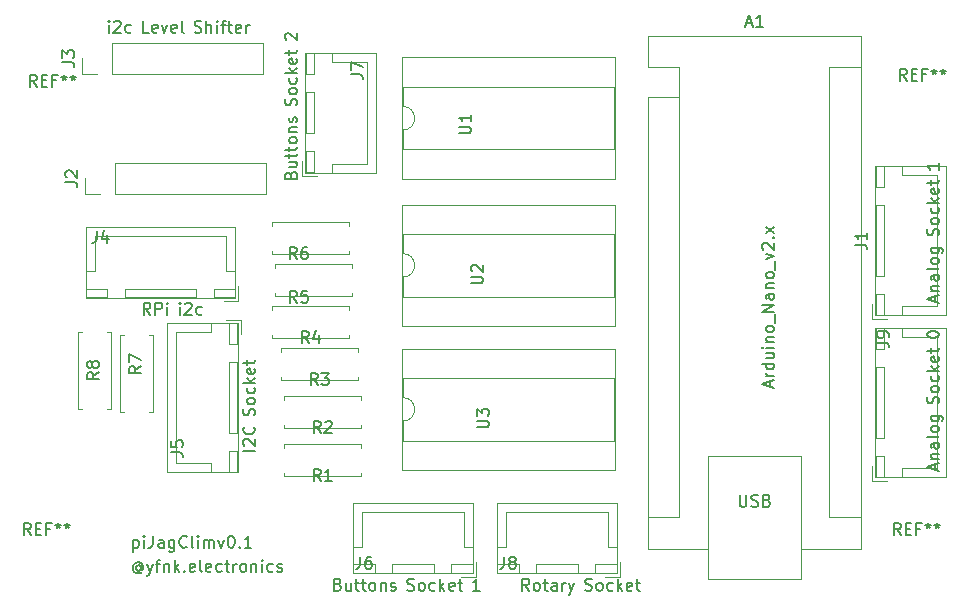
<source format=gbr>
%TF.GenerationSoftware,KiCad,Pcbnew,(7.0.0)*%
%TF.CreationDate,2023-07-11T22:52:13+02:00*%
%TF.ProjectId,newPCB,6e657750-4342-42e6-9b69-6361645f7063,rev?*%
%TF.SameCoordinates,Original*%
%TF.FileFunction,Legend,Top*%
%TF.FilePolarity,Positive*%
%FSLAX46Y46*%
G04 Gerber Fmt 4.6, Leading zero omitted, Abs format (unit mm)*
G04 Created by KiCad (PCBNEW (7.0.0)) date 2023-07-11 22:52:13*
%MOMM*%
%LPD*%
G01*
G04 APERTURE LIST*
%ADD10C,0.150000*%
%ADD11C,0.120000*%
G04 APERTURE END LIST*
D10*
X149193142Y-118178190D02*
X149145523Y-118130571D01*
X149145523Y-118130571D02*
X149050285Y-118082952D01*
X149050285Y-118082952D02*
X148955047Y-118082952D01*
X148955047Y-118082952D02*
X148859809Y-118130571D01*
X148859809Y-118130571D02*
X148812190Y-118178190D01*
X148812190Y-118178190D02*
X148764571Y-118273428D01*
X148764571Y-118273428D02*
X148764571Y-118368666D01*
X148764571Y-118368666D02*
X148812190Y-118463904D01*
X148812190Y-118463904D02*
X148859809Y-118511523D01*
X148859809Y-118511523D02*
X148955047Y-118559142D01*
X148955047Y-118559142D02*
X149050285Y-118559142D01*
X149050285Y-118559142D02*
X149145523Y-118511523D01*
X149145523Y-118511523D02*
X149193142Y-118463904D01*
X149193142Y-118082952D02*
X149193142Y-118463904D01*
X149193142Y-118463904D02*
X149240761Y-118511523D01*
X149240761Y-118511523D02*
X149288380Y-118511523D01*
X149288380Y-118511523D02*
X149383619Y-118463904D01*
X149383619Y-118463904D02*
X149431238Y-118368666D01*
X149431238Y-118368666D02*
X149431238Y-118130571D01*
X149431238Y-118130571D02*
X149336000Y-117987714D01*
X149336000Y-117987714D02*
X149193142Y-117892476D01*
X149193142Y-117892476D02*
X149002666Y-117844857D01*
X149002666Y-117844857D02*
X148812190Y-117892476D01*
X148812190Y-117892476D02*
X148669333Y-117987714D01*
X148669333Y-117987714D02*
X148574095Y-118130571D01*
X148574095Y-118130571D02*
X148526476Y-118321047D01*
X148526476Y-118321047D02*
X148574095Y-118511523D01*
X148574095Y-118511523D02*
X148669333Y-118654380D01*
X148669333Y-118654380D02*
X148812190Y-118749619D01*
X148812190Y-118749619D02*
X149002666Y-118797238D01*
X149002666Y-118797238D02*
X149193142Y-118749619D01*
X149193142Y-118749619D02*
X149336000Y-118654380D01*
X149764571Y-117987714D02*
X150002666Y-118654380D01*
X150240761Y-117987714D02*
X150002666Y-118654380D01*
X150002666Y-118654380D02*
X149907428Y-118892476D01*
X149907428Y-118892476D02*
X149859809Y-118940095D01*
X149859809Y-118940095D02*
X149764571Y-118987714D01*
X150478857Y-117987714D02*
X150859809Y-117987714D01*
X150621714Y-118654380D02*
X150621714Y-117797238D01*
X150621714Y-117797238D02*
X150669333Y-117702000D01*
X150669333Y-117702000D02*
X150764571Y-117654380D01*
X150764571Y-117654380D02*
X150859809Y-117654380D01*
X151193143Y-117987714D02*
X151193143Y-118654380D01*
X151193143Y-118082952D02*
X151240762Y-118035333D01*
X151240762Y-118035333D02*
X151336000Y-117987714D01*
X151336000Y-117987714D02*
X151478857Y-117987714D01*
X151478857Y-117987714D02*
X151574095Y-118035333D01*
X151574095Y-118035333D02*
X151621714Y-118130571D01*
X151621714Y-118130571D02*
X151621714Y-118654380D01*
X152097905Y-118654380D02*
X152097905Y-117654380D01*
X152193143Y-118273428D02*
X152478857Y-118654380D01*
X152478857Y-117987714D02*
X152097905Y-118368666D01*
X152907429Y-118559142D02*
X152955048Y-118606761D01*
X152955048Y-118606761D02*
X152907429Y-118654380D01*
X152907429Y-118654380D02*
X152859810Y-118606761D01*
X152859810Y-118606761D02*
X152907429Y-118559142D01*
X152907429Y-118559142D02*
X152907429Y-118654380D01*
X153764571Y-118606761D02*
X153669333Y-118654380D01*
X153669333Y-118654380D02*
X153478857Y-118654380D01*
X153478857Y-118654380D02*
X153383619Y-118606761D01*
X153383619Y-118606761D02*
X153336000Y-118511523D01*
X153336000Y-118511523D02*
X153336000Y-118130571D01*
X153336000Y-118130571D02*
X153383619Y-118035333D01*
X153383619Y-118035333D02*
X153478857Y-117987714D01*
X153478857Y-117987714D02*
X153669333Y-117987714D01*
X153669333Y-117987714D02*
X153764571Y-118035333D01*
X153764571Y-118035333D02*
X153812190Y-118130571D01*
X153812190Y-118130571D02*
X153812190Y-118225809D01*
X153812190Y-118225809D02*
X153336000Y-118321047D01*
X154383619Y-118654380D02*
X154288381Y-118606761D01*
X154288381Y-118606761D02*
X154240762Y-118511523D01*
X154240762Y-118511523D02*
X154240762Y-117654380D01*
X155145524Y-118606761D02*
X155050286Y-118654380D01*
X155050286Y-118654380D02*
X154859810Y-118654380D01*
X154859810Y-118654380D02*
X154764572Y-118606761D01*
X154764572Y-118606761D02*
X154716953Y-118511523D01*
X154716953Y-118511523D02*
X154716953Y-118130571D01*
X154716953Y-118130571D02*
X154764572Y-118035333D01*
X154764572Y-118035333D02*
X154859810Y-117987714D01*
X154859810Y-117987714D02*
X155050286Y-117987714D01*
X155050286Y-117987714D02*
X155145524Y-118035333D01*
X155145524Y-118035333D02*
X155193143Y-118130571D01*
X155193143Y-118130571D02*
X155193143Y-118225809D01*
X155193143Y-118225809D02*
X154716953Y-118321047D01*
X156050286Y-118606761D02*
X155955048Y-118654380D01*
X155955048Y-118654380D02*
X155764572Y-118654380D01*
X155764572Y-118654380D02*
X155669334Y-118606761D01*
X155669334Y-118606761D02*
X155621715Y-118559142D01*
X155621715Y-118559142D02*
X155574096Y-118463904D01*
X155574096Y-118463904D02*
X155574096Y-118178190D01*
X155574096Y-118178190D02*
X155621715Y-118082952D01*
X155621715Y-118082952D02*
X155669334Y-118035333D01*
X155669334Y-118035333D02*
X155764572Y-117987714D01*
X155764572Y-117987714D02*
X155955048Y-117987714D01*
X155955048Y-117987714D02*
X156050286Y-118035333D01*
X156336001Y-117987714D02*
X156716953Y-117987714D01*
X156478858Y-117654380D02*
X156478858Y-118511523D01*
X156478858Y-118511523D02*
X156526477Y-118606761D01*
X156526477Y-118606761D02*
X156621715Y-118654380D01*
X156621715Y-118654380D02*
X156716953Y-118654380D01*
X157050287Y-118654380D02*
X157050287Y-117987714D01*
X157050287Y-118178190D02*
X157097906Y-118082952D01*
X157097906Y-118082952D02*
X157145525Y-118035333D01*
X157145525Y-118035333D02*
X157240763Y-117987714D01*
X157240763Y-117987714D02*
X157336001Y-117987714D01*
X157812192Y-118654380D02*
X157716954Y-118606761D01*
X157716954Y-118606761D02*
X157669335Y-118559142D01*
X157669335Y-118559142D02*
X157621716Y-118463904D01*
X157621716Y-118463904D02*
X157621716Y-118178190D01*
X157621716Y-118178190D02*
X157669335Y-118082952D01*
X157669335Y-118082952D02*
X157716954Y-118035333D01*
X157716954Y-118035333D02*
X157812192Y-117987714D01*
X157812192Y-117987714D02*
X157955049Y-117987714D01*
X157955049Y-117987714D02*
X158050287Y-118035333D01*
X158050287Y-118035333D02*
X158097906Y-118082952D01*
X158097906Y-118082952D02*
X158145525Y-118178190D01*
X158145525Y-118178190D02*
X158145525Y-118463904D01*
X158145525Y-118463904D02*
X158097906Y-118559142D01*
X158097906Y-118559142D02*
X158050287Y-118606761D01*
X158050287Y-118606761D02*
X157955049Y-118654380D01*
X157955049Y-118654380D02*
X157812192Y-118654380D01*
X158574097Y-117987714D02*
X158574097Y-118654380D01*
X158574097Y-118082952D02*
X158621716Y-118035333D01*
X158621716Y-118035333D02*
X158716954Y-117987714D01*
X158716954Y-117987714D02*
X158859811Y-117987714D01*
X158859811Y-117987714D02*
X158955049Y-118035333D01*
X158955049Y-118035333D02*
X159002668Y-118130571D01*
X159002668Y-118130571D02*
X159002668Y-118654380D01*
X159478859Y-118654380D02*
X159478859Y-117987714D01*
X159478859Y-117654380D02*
X159431240Y-117702000D01*
X159431240Y-117702000D02*
X159478859Y-117749619D01*
X159478859Y-117749619D02*
X159526478Y-117702000D01*
X159526478Y-117702000D02*
X159478859Y-117654380D01*
X159478859Y-117654380D02*
X159478859Y-117749619D01*
X160383620Y-118606761D02*
X160288382Y-118654380D01*
X160288382Y-118654380D02*
X160097906Y-118654380D01*
X160097906Y-118654380D02*
X160002668Y-118606761D01*
X160002668Y-118606761D02*
X159955049Y-118559142D01*
X159955049Y-118559142D02*
X159907430Y-118463904D01*
X159907430Y-118463904D02*
X159907430Y-118178190D01*
X159907430Y-118178190D02*
X159955049Y-118082952D01*
X159955049Y-118082952D02*
X160002668Y-118035333D01*
X160002668Y-118035333D02*
X160097906Y-117987714D01*
X160097906Y-117987714D02*
X160288382Y-117987714D01*
X160288382Y-117987714D02*
X160383620Y-118035333D01*
X160764573Y-118606761D02*
X160859811Y-118654380D01*
X160859811Y-118654380D02*
X161050287Y-118654380D01*
X161050287Y-118654380D02*
X161145525Y-118606761D01*
X161145525Y-118606761D02*
X161193144Y-118511523D01*
X161193144Y-118511523D02*
X161193144Y-118463904D01*
X161193144Y-118463904D02*
X161145525Y-118368666D01*
X161145525Y-118368666D02*
X161050287Y-118321047D01*
X161050287Y-118321047D02*
X160907430Y-118321047D01*
X160907430Y-118321047D02*
X160812192Y-118273428D01*
X160812192Y-118273428D02*
X160764573Y-118178190D01*
X160764573Y-118178190D02*
X160764573Y-118130571D01*
X160764573Y-118130571D02*
X160812192Y-118035333D01*
X160812192Y-118035333D02*
X160907430Y-117987714D01*
X160907430Y-117987714D02*
X161050287Y-117987714D01*
X161050287Y-117987714D02*
X161145525Y-118035333D01*
X148574095Y-115955714D02*
X148574095Y-116955714D01*
X148574095Y-116003333D02*
X148669333Y-115955714D01*
X148669333Y-115955714D02*
X148859809Y-115955714D01*
X148859809Y-115955714D02*
X148955047Y-116003333D01*
X148955047Y-116003333D02*
X149002666Y-116050952D01*
X149002666Y-116050952D02*
X149050285Y-116146190D01*
X149050285Y-116146190D02*
X149050285Y-116431904D01*
X149050285Y-116431904D02*
X149002666Y-116527142D01*
X149002666Y-116527142D02*
X148955047Y-116574761D01*
X148955047Y-116574761D02*
X148859809Y-116622380D01*
X148859809Y-116622380D02*
X148669333Y-116622380D01*
X148669333Y-116622380D02*
X148574095Y-116574761D01*
X149478857Y-116622380D02*
X149478857Y-115955714D01*
X149478857Y-115622380D02*
X149431238Y-115670000D01*
X149431238Y-115670000D02*
X149478857Y-115717619D01*
X149478857Y-115717619D02*
X149526476Y-115670000D01*
X149526476Y-115670000D02*
X149478857Y-115622380D01*
X149478857Y-115622380D02*
X149478857Y-115717619D01*
X150240761Y-115622380D02*
X150240761Y-116336666D01*
X150240761Y-116336666D02*
X150193142Y-116479523D01*
X150193142Y-116479523D02*
X150097904Y-116574761D01*
X150097904Y-116574761D02*
X149955047Y-116622380D01*
X149955047Y-116622380D02*
X149859809Y-116622380D01*
X151145523Y-116622380D02*
X151145523Y-116098571D01*
X151145523Y-116098571D02*
X151097904Y-116003333D01*
X151097904Y-116003333D02*
X151002666Y-115955714D01*
X151002666Y-115955714D02*
X150812190Y-115955714D01*
X150812190Y-115955714D02*
X150716952Y-116003333D01*
X151145523Y-116574761D02*
X151050285Y-116622380D01*
X151050285Y-116622380D02*
X150812190Y-116622380D01*
X150812190Y-116622380D02*
X150716952Y-116574761D01*
X150716952Y-116574761D02*
X150669333Y-116479523D01*
X150669333Y-116479523D02*
X150669333Y-116384285D01*
X150669333Y-116384285D02*
X150716952Y-116289047D01*
X150716952Y-116289047D02*
X150812190Y-116241428D01*
X150812190Y-116241428D02*
X151050285Y-116241428D01*
X151050285Y-116241428D02*
X151145523Y-116193809D01*
X152050285Y-115955714D02*
X152050285Y-116765238D01*
X152050285Y-116765238D02*
X152002666Y-116860476D01*
X152002666Y-116860476D02*
X151955047Y-116908095D01*
X151955047Y-116908095D02*
X151859809Y-116955714D01*
X151859809Y-116955714D02*
X151716952Y-116955714D01*
X151716952Y-116955714D02*
X151621714Y-116908095D01*
X152050285Y-116574761D02*
X151955047Y-116622380D01*
X151955047Y-116622380D02*
X151764571Y-116622380D01*
X151764571Y-116622380D02*
X151669333Y-116574761D01*
X151669333Y-116574761D02*
X151621714Y-116527142D01*
X151621714Y-116527142D02*
X151574095Y-116431904D01*
X151574095Y-116431904D02*
X151574095Y-116146190D01*
X151574095Y-116146190D02*
X151621714Y-116050952D01*
X151621714Y-116050952D02*
X151669333Y-116003333D01*
X151669333Y-116003333D02*
X151764571Y-115955714D01*
X151764571Y-115955714D02*
X151955047Y-115955714D01*
X151955047Y-115955714D02*
X152050285Y-116003333D01*
X153097904Y-116527142D02*
X153050285Y-116574761D01*
X153050285Y-116574761D02*
X152907428Y-116622380D01*
X152907428Y-116622380D02*
X152812190Y-116622380D01*
X152812190Y-116622380D02*
X152669333Y-116574761D01*
X152669333Y-116574761D02*
X152574095Y-116479523D01*
X152574095Y-116479523D02*
X152526476Y-116384285D01*
X152526476Y-116384285D02*
X152478857Y-116193809D01*
X152478857Y-116193809D02*
X152478857Y-116050952D01*
X152478857Y-116050952D02*
X152526476Y-115860476D01*
X152526476Y-115860476D02*
X152574095Y-115765238D01*
X152574095Y-115765238D02*
X152669333Y-115670000D01*
X152669333Y-115670000D02*
X152812190Y-115622380D01*
X152812190Y-115622380D02*
X152907428Y-115622380D01*
X152907428Y-115622380D02*
X153050285Y-115670000D01*
X153050285Y-115670000D02*
X153097904Y-115717619D01*
X153669333Y-116622380D02*
X153574095Y-116574761D01*
X153574095Y-116574761D02*
X153526476Y-116479523D01*
X153526476Y-116479523D02*
X153526476Y-115622380D01*
X154050286Y-116622380D02*
X154050286Y-115955714D01*
X154050286Y-115622380D02*
X154002667Y-115670000D01*
X154002667Y-115670000D02*
X154050286Y-115717619D01*
X154050286Y-115717619D02*
X154097905Y-115670000D01*
X154097905Y-115670000D02*
X154050286Y-115622380D01*
X154050286Y-115622380D02*
X154050286Y-115717619D01*
X154526476Y-116622380D02*
X154526476Y-115955714D01*
X154526476Y-116050952D02*
X154574095Y-116003333D01*
X154574095Y-116003333D02*
X154669333Y-115955714D01*
X154669333Y-115955714D02*
X154812190Y-115955714D01*
X154812190Y-115955714D02*
X154907428Y-116003333D01*
X154907428Y-116003333D02*
X154955047Y-116098571D01*
X154955047Y-116098571D02*
X154955047Y-116622380D01*
X154955047Y-116098571D02*
X155002666Y-116003333D01*
X155002666Y-116003333D02*
X155097904Y-115955714D01*
X155097904Y-115955714D02*
X155240761Y-115955714D01*
X155240761Y-115955714D02*
X155336000Y-116003333D01*
X155336000Y-116003333D02*
X155383619Y-116098571D01*
X155383619Y-116098571D02*
X155383619Y-116622380D01*
X155764571Y-115955714D02*
X156002666Y-116622380D01*
X156002666Y-116622380D02*
X156240761Y-115955714D01*
X156812190Y-115622380D02*
X156907428Y-115622380D01*
X156907428Y-115622380D02*
X157002666Y-115670000D01*
X157002666Y-115670000D02*
X157050285Y-115717619D01*
X157050285Y-115717619D02*
X157097904Y-115812857D01*
X157097904Y-115812857D02*
X157145523Y-116003333D01*
X157145523Y-116003333D02*
X157145523Y-116241428D01*
X157145523Y-116241428D02*
X157097904Y-116431904D01*
X157097904Y-116431904D02*
X157050285Y-116527142D01*
X157050285Y-116527142D02*
X157002666Y-116574761D01*
X157002666Y-116574761D02*
X156907428Y-116622380D01*
X156907428Y-116622380D02*
X156812190Y-116622380D01*
X156812190Y-116622380D02*
X156716952Y-116574761D01*
X156716952Y-116574761D02*
X156669333Y-116527142D01*
X156669333Y-116527142D02*
X156621714Y-116431904D01*
X156621714Y-116431904D02*
X156574095Y-116241428D01*
X156574095Y-116241428D02*
X156574095Y-116003333D01*
X156574095Y-116003333D02*
X156621714Y-115812857D01*
X156621714Y-115812857D02*
X156669333Y-115717619D01*
X156669333Y-115717619D02*
X156716952Y-115670000D01*
X156716952Y-115670000D02*
X156812190Y-115622380D01*
X157574095Y-116527142D02*
X157621714Y-116574761D01*
X157621714Y-116574761D02*
X157574095Y-116622380D01*
X157574095Y-116622380D02*
X157526476Y-116574761D01*
X157526476Y-116574761D02*
X157574095Y-116527142D01*
X157574095Y-116527142D02*
X157574095Y-116622380D01*
X158574094Y-116622380D02*
X158002666Y-116622380D01*
X158288380Y-116622380D02*
X158288380Y-115622380D01*
X158288380Y-115622380D02*
X158193142Y-115765238D01*
X158193142Y-115765238D02*
X158097904Y-115860476D01*
X158097904Y-115860476D02*
X158002666Y-115908095D01*
%TO.C,REF\u002A\u002A*%
X140398666Y-77583380D02*
X140065333Y-77107190D01*
X139827238Y-77583380D02*
X139827238Y-76583380D01*
X139827238Y-76583380D02*
X140208190Y-76583380D01*
X140208190Y-76583380D02*
X140303428Y-76631000D01*
X140303428Y-76631000D02*
X140351047Y-76678619D01*
X140351047Y-76678619D02*
X140398666Y-76773857D01*
X140398666Y-76773857D02*
X140398666Y-76916714D01*
X140398666Y-76916714D02*
X140351047Y-77011952D01*
X140351047Y-77011952D02*
X140303428Y-77059571D01*
X140303428Y-77059571D02*
X140208190Y-77107190D01*
X140208190Y-77107190D02*
X139827238Y-77107190D01*
X140827238Y-77059571D02*
X141160571Y-77059571D01*
X141303428Y-77583380D02*
X140827238Y-77583380D01*
X140827238Y-77583380D02*
X140827238Y-76583380D01*
X140827238Y-76583380D02*
X141303428Y-76583380D01*
X142065333Y-77059571D02*
X141732000Y-77059571D01*
X141732000Y-77583380D02*
X141732000Y-76583380D01*
X141732000Y-76583380D02*
X142208190Y-76583380D01*
X142732000Y-76583380D02*
X142732000Y-76821476D01*
X142493905Y-76726238D02*
X142732000Y-76821476D01*
X142732000Y-76821476D02*
X142970095Y-76726238D01*
X142589143Y-77011952D02*
X142732000Y-76821476D01*
X142732000Y-76821476D02*
X142874857Y-77011952D01*
X143493905Y-76583380D02*
X143493905Y-76821476D01*
X143255810Y-76726238D02*
X143493905Y-76821476D01*
X143493905Y-76821476D02*
X143732000Y-76726238D01*
X143351048Y-77011952D02*
X143493905Y-76821476D01*
X143493905Y-76821476D02*
X143636762Y-77011952D01*
X139890666Y-115531380D02*
X139557333Y-115055190D01*
X139319238Y-115531380D02*
X139319238Y-114531380D01*
X139319238Y-114531380D02*
X139700190Y-114531380D01*
X139700190Y-114531380D02*
X139795428Y-114579000D01*
X139795428Y-114579000D02*
X139843047Y-114626619D01*
X139843047Y-114626619D02*
X139890666Y-114721857D01*
X139890666Y-114721857D02*
X139890666Y-114864714D01*
X139890666Y-114864714D02*
X139843047Y-114959952D01*
X139843047Y-114959952D02*
X139795428Y-115007571D01*
X139795428Y-115007571D02*
X139700190Y-115055190D01*
X139700190Y-115055190D02*
X139319238Y-115055190D01*
X140319238Y-115007571D02*
X140652571Y-115007571D01*
X140795428Y-115531380D02*
X140319238Y-115531380D01*
X140319238Y-115531380D02*
X140319238Y-114531380D01*
X140319238Y-114531380D02*
X140795428Y-114531380D01*
X141557333Y-115007571D02*
X141224000Y-115007571D01*
X141224000Y-115531380D02*
X141224000Y-114531380D01*
X141224000Y-114531380D02*
X141700190Y-114531380D01*
X142224000Y-114531380D02*
X142224000Y-114769476D01*
X141985905Y-114674238D02*
X142224000Y-114769476D01*
X142224000Y-114769476D02*
X142462095Y-114674238D01*
X142081143Y-114959952D02*
X142224000Y-114769476D01*
X142224000Y-114769476D02*
X142366857Y-114959952D01*
X142985905Y-114531380D02*
X142985905Y-114769476D01*
X142747810Y-114674238D02*
X142985905Y-114769476D01*
X142985905Y-114769476D02*
X143224000Y-114674238D01*
X142843048Y-114959952D02*
X142985905Y-114769476D01*
X142985905Y-114769476D02*
X143128762Y-114959952D01*
X213550666Y-115531380D02*
X213217333Y-115055190D01*
X212979238Y-115531380D02*
X212979238Y-114531380D01*
X212979238Y-114531380D02*
X213360190Y-114531380D01*
X213360190Y-114531380D02*
X213455428Y-114579000D01*
X213455428Y-114579000D02*
X213503047Y-114626619D01*
X213503047Y-114626619D02*
X213550666Y-114721857D01*
X213550666Y-114721857D02*
X213550666Y-114864714D01*
X213550666Y-114864714D02*
X213503047Y-114959952D01*
X213503047Y-114959952D02*
X213455428Y-115007571D01*
X213455428Y-115007571D02*
X213360190Y-115055190D01*
X213360190Y-115055190D02*
X212979238Y-115055190D01*
X213979238Y-115007571D02*
X214312571Y-115007571D01*
X214455428Y-115531380D02*
X213979238Y-115531380D01*
X213979238Y-115531380D02*
X213979238Y-114531380D01*
X213979238Y-114531380D02*
X214455428Y-114531380D01*
X215217333Y-115007571D02*
X214884000Y-115007571D01*
X214884000Y-115531380D02*
X214884000Y-114531380D01*
X214884000Y-114531380D02*
X215360190Y-114531380D01*
X215884000Y-114531380D02*
X215884000Y-114769476D01*
X215645905Y-114674238D02*
X215884000Y-114769476D01*
X215884000Y-114769476D02*
X216122095Y-114674238D01*
X215741143Y-114959952D02*
X215884000Y-114769476D01*
X215884000Y-114769476D02*
X216026857Y-114959952D01*
X216645905Y-114531380D02*
X216645905Y-114769476D01*
X216407810Y-114674238D02*
X216645905Y-114769476D01*
X216645905Y-114769476D02*
X216884000Y-114674238D01*
X216503048Y-114959952D02*
X216645905Y-114769476D01*
X216645905Y-114769476D02*
X216788762Y-114959952D01*
X214058666Y-77075380D02*
X213725333Y-76599190D01*
X213487238Y-77075380D02*
X213487238Y-76075380D01*
X213487238Y-76075380D02*
X213868190Y-76075380D01*
X213868190Y-76075380D02*
X213963428Y-76123000D01*
X213963428Y-76123000D02*
X214011047Y-76170619D01*
X214011047Y-76170619D02*
X214058666Y-76265857D01*
X214058666Y-76265857D02*
X214058666Y-76408714D01*
X214058666Y-76408714D02*
X214011047Y-76503952D01*
X214011047Y-76503952D02*
X213963428Y-76551571D01*
X213963428Y-76551571D02*
X213868190Y-76599190D01*
X213868190Y-76599190D02*
X213487238Y-76599190D01*
X214487238Y-76551571D02*
X214820571Y-76551571D01*
X214963428Y-77075380D02*
X214487238Y-77075380D01*
X214487238Y-77075380D02*
X214487238Y-76075380D01*
X214487238Y-76075380D02*
X214963428Y-76075380D01*
X215725333Y-76551571D02*
X215392000Y-76551571D01*
X215392000Y-77075380D02*
X215392000Y-76075380D01*
X215392000Y-76075380D02*
X215868190Y-76075380D01*
X216392000Y-76075380D02*
X216392000Y-76313476D01*
X216153905Y-76218238D02*
X216392000Y-76313476D01*
X216392000Y-76313476D02*
X216630095Y-76218238D01*
X216249143Y-76503952D02*
X216392000Y-76313476D01*
X216392000Y-76313476D02*
X216534857Y-76503952D01*
X217153905Y-76075380D02*
X217153905Y-76313476D01*
X216915810Y-76218238D02*
X217153905Y-76313476D01*
X217153905Y-76313476D02*
X217392000Y-76218238D01*
X217011048Y-76503952D02*
X217153905Y-76313476D01*
X217153905Y-76313476D02*
X217296762Y-76503952D01*
%TO.C,J9*%
X211535380Y-99267333D02*
X212249666Y-99267333D01*
X212249666Y-99267333D02*
X212392523Y-99314952D01*
X212392523Y-99314952D02*
X212487761Y-99410190D01*
X212487761Y-99410190D02*
X212535380Y-99553047D01*
X212535380Y-99553047D02*
X212535380Y-99648285D01*
X212535380Y-98743523D02*
X212535380Y-98553047D01*
X212535380Y-98553047D02*
X212487761Y-98457809D01*
X212487761Y-98457809D02*
X212440142Y-98410190D01*
X212440142Y-98410190D02*
X212297285Y-98314952D01*
X212297285Y-98314952D02*
X212106809Y-98267333D01*
X212106809Y-98267333D02*
X211725857Y-98267333D01*
X211725857Y-98267333D02*
X211630619Y-98314952D01*
X211630619Y-98314952D02*
X211583000Y-98362571D01*
X211583000Y-98362571D02*
X211535380Y-98457809D01*
X211535380Y-98457809D02*
X211535380Y-98648285D01*
X211535380Y-98648285D02*
X211583000Y-98743523D01*
X211583000Y-98743523D02*
X211630619Y-98791142D01*
X211630619Y-98791142D02*
X211725857Y-98838761D01*
X211725857Y-98838761D02*
X211963952Y-98838761D01*
X211963952Y-98838761D02*
X212059190Y-98791142D01*
X212059190Y-98791142D02*
X212106809Y-98743523D01*
X212106809Y-98743523D02*
X212154428Y-98648285D01*
X212154428Y-98648285D02*
X212154428Y-98457809D01*
X212154428Y-98457809D02*
X212106809Y-98362571D01*
X212106809Y-98362571D02*
X212059190Y-98314952D01*
X212059190Y-98314952D02*
X211963952Y-98267333D01*
X216489666Y-110001905D02*
X216489666Y-109525715D01*
X216775380Y-110097143D02*
X215775380Y-109763810D01*
X215775380Y-109763810D02*
X216775380Y-109430477D01*
X216108714Y-109097143D02*
X216775380Y-109097143D01*
X216203952Y-109097143D02*
X216156333Y-109049524D01*
X216156333Y-109049524D02*
X216108714Y-108954286D01*
X216108714Y-108954286D02*
X216108714Y-108811429D01*
X216108714Y-108811429D02*
X216156333Y-108716191D01*
X216156333Y-108716191D02*
X216251571Y-108668572D01*
X216251571Y-108668572D02*
X216775380Y-108668572D01*
X216775380Y-107763810D02*
X216251571Y-107763810D01*
X216251571Y-107763810D02*
X216156333Y-107811429D01*
X216156333Y-107811429D02*
X216108714Y-107906667D01*
X216108714Y-107906667D02*
X216108714Y-108097143D01*
X216108714Y-108097143D02*
X216156333Y-108192381D01*
X216727761Y-107763810D02*
X216775380Y-107859048D01*
X216775380Y-107859048D02*
X216775380Y-108097143D01*
X216775380Y-108097143D02*
X216727761Y-108192381D01*
X216727761Y-108192381D02*
X216632523Y-108240000D01*
X216632523Y-108240000D02*
X216537285Y-108240000D01*
X216537285Y-108240000D02*
X216442047Y-108192381D01*
X216442047Y-108192381D02*
X216394428Y-108097143D01*
X216394428Y-108097143D02*
X216394428Y-107859048D01*
X216394428Y-107859048D02*
X216346809Y-107763810D01*
X216775380Y-107144762D02*
X216727761Y-107240000D01*
X216727761Y-107240000D02*
X216632523Y-107287619D01*
X216632523Y-107287619D02*
X215775380Y-107287619D01*
X216775380Y-106620952D02*
X216727761Y-106716190D01*
X216727761Y-106716190D02*
X216680142Y-106763809D01*
X216680142Y-106763809D02*
X216584904Y-106811428D01*
X216584904Y-106811428D02*
X216299190Y-106811428D01*
X216299190Y-106811428D02*
X216203952Y-106763809D01*
X216203952Y-106763809D02*
X216156333Y-106716190D01*
X216156333Y-106716190D02*
X216108714Y-106620952D01*
X216108714Y-106620952D02*
X216108714Y-106478095D01*
X216108714Y-106478095D02*
X216156333Y-106382857D01*
X216156333Y-106382857D02*
X216203952Y-106335238D01*
X216203952Y-106335238D02*
X216299190Y-106287619D01*
X216299190Y-106287619D02*
X216584904Y-106287619D01*
X216584904Y-106287619D02*
X216680142Y-106335238D01*
X216680142Y-106335238D02*
X216727761Y-106382857D01*
X216727761Y-106382857D02*
X216775380Y-106478095D01*
X216775380Y-106478095D02*
X216775380Y-106620952D01*
X216108714Y-105430476D02*
X216918238Y-105430476D01*
X216918238Y-105430476D02*
X217013476Y-105478095D01*
X217013476Y-105478095D02*
X217061095Y-105525714D01*
X217061095Y-105525714D02*
X217108714Y-105620952D01*
X217108714Y-105620952D02*
X217108714Y-105763809D01*
X217108714Y-105763809D02*
X217061095Y-105859047D01*
X216727761Y-105430476D02*
X216775380Y-105525714D01*
X216775380Y-105525714D02*
X216775380Y-105716190D01*
X216775380Y-105716190D02*
X216727761Y-105811428D01*
X216727761Y-105811428D02*
X216680142Y-105859047D01*
X216680142Y-105859047D02*
X216584904Y-105906666D01*
X216584904Y-105906666D02*
X216299190Y-105906666D01*
X216299190Y-105906666D02*
X216203952Y-105859047D01*
X216203952Y-105859047D02*
X216156333Y-105811428D01*
X216156333Y-105811428D02*
X216108714Y-105716190D01*
X216108714Y-105716190D02*
X216108714Y-105525714D01*
X216108714Y-105525714D02*
X216156333Y-105430476D01*
X216727761Y-104401904D02*
X216775380Y-104259047D01*
X216775380Y-104259047D02*
X216775380Y-104020952D01*
X216775380Y-104020952D02*
X216727761Y-103925714D01*
X216727761Y-103925714D02*
X216680142Y-103878095D01*
X216680142Y-103878095D02*
X216584904Y-103830476D01*
X216584904Y-103830476D02*
X216489666Y-103830476D01*
X216489666Y-103830476D02*
X216394428Y-103878095D01*
X216394428Y-103878095D02*
X216346809Y-103925714D01*
X216346809Y-103925714D02*
X216299190Y-104020952D01*
X216299190Y-104020952D02*
X216251571Y-104211428D01*
X216251571Y-104211428D02*
X216203952Y-104306666D01*
X216203952Y-104306666D02*
X216156333Y-104354285D01*
X216156333Y-104354285D02*
X216061095Y-104401904D01*
X216061095Y-104401904D02*
X215965857Y-104401904D01*
X215965857Y-104401904D02*
X215870619Y-104354285D01*
X215870619Y-104354285D02*
X215823000Y-104306666D01*
X215823000Y-104306666D02*
X215775380Y-104211428D01*
X215775380Y-104211428D02*
X215775380Y-103973333D01*
X215775380Y-103973333D02*
X215823000Y-103830476D01*
X216775380Y-103259047D02*
X216727761Y-103354285D01*
X216727761Y-103354285D02*
X216680142Y-103401904D01*
X216680142Y-103401904D02*
X216584904Y-103449523D01*
X216584904Y-103449523D02*
X216299190Y-103449523D01*
X216299190Y-103449523D02*
X216203952Y-103401904D01*
X216203952Y-103401904D02*
X216156333Y-103354285D01*
X216156333Y-103354285D02*
X216108714Y-103259047D01*
X216108714Y-103259047D02*
X216108714Y-103116190D01*
X216108714Y-103116190D02*
X216156333Y-103020952D01*
X216156333Y-103020952D02*
X216203952Y-102973333D01*
X216203952Y-102973333D02*
X216299190Y-102925714D01*
X216299190Y-102925714D02*
X216584904Y-102925714D01*
X216584904Y-102925714D02*
X216680142Y-102973333D01*
X216680142Y-102973333D02*
X216727761Y-103020952D01*
X216727761Y-103020952D02*
X216775380Y-103116190D01*
X216775380Y-103116190D02*
X216775380Y-103259047D01*
X216727761Y-102068571D02*
X216775380Y-102163809D01*
X216775380Y-102163809D02*
X216775380Y-102354285D01*
X216775380Y-102354285D02*
X216727761Y-102449523D01*
X216727761Y-102449523D02*
X216680142Y-102497142D01*
X216680142Y-102497142D02*
X216584904Y-102544761D01*
X216584904Y-102544761D02*
X216299190Y-102544761D01*
X216299190Y-102544761D02*
X216203952Y-102497142D01*
X216203952Y-102497142D02*
X216156333Y-102449523D01*
X216156333Y-102449523D02*
X216108714Y-102354285D01*
X216108714Y-102354285D02*
X216108714Y-102163809D01*
X216108714Y-102163809D02*
X216156333Y-102068571D01*
X216775380Y-101639999D02*
X215775380Y-101639999D01*
X216394428Y-101544761D02*
X216775380Y-101259047D01*
X216108714Y-101259047D02*
X216489666Y-101639999D01*
X216727761Y-100449523D02*
X216775380Y-100544761D01*
X216775380Y-100544761D02*
X216775380Y-100735237D01*
X216775380Y-100735237D02*
X216727761Y-100830475D01*
X216727761Y-100830475D02*
X216632523Y-100878094D01*
X216632523Y-100878094D02*
X216251571Y-100878094D01*
X216251571Y-100878094D02*
X216156333Y-100830475D01*
X216156333Y-100830475D02*
X216108714Y-100735237D01*
X216108714Y-100735237D02*
X216108714Y-100544761D01*
X216108714Y-100544761D02*
X216156333Y-100449523D01*
X216156333Y-100449523D02*
X216251571Y-100401904D01*
X216251571Y-100401904D02*
X216346809Y-100401904D01*
X216346809Y-100401904D02*
X216442047Y-100878094D01*
X216108714Y-100116189D02*
X216108714Y-99735237D01*
X215775380Y-99973332D02*
X216632523Y-99973332D01*
X216632523Y-99973332D02*
X216727761Y-99925713D01*
X216727761Y-99925713D02*
X216775380Y-99830475D01*
X216775380Y-99830475D02*
X216775380Y-99735237D01*
X215775380Y-98611427D02*
X215775380Y-98516189D01*
X215775380Y-98516189D02*
X215823000Y-98420951D01*
X215823000Y-98420951D02*
X215870619Y-98373332D01*
X215870619Y-98373332D02*
X215965857Y-98325713D01*
X215965857Y-98325713D02*
X216156333Y-98278094D01*
X216156333Y-98278094D02*
X216394428Y-98278094D01*
X216394428Y-98278094D02*
X216584904Y-98325713D01*
X216584904Y-98325713D02*
X216680142Y-98373332D01*
X216680142Y-98373332D02*
X216727761Y-98420951D01*
X216727761Y-98420951D02*
X216775380Y-98516189D01*
X216775380Y-98516189D02*
X216775380Y-98611427D01*
X216775380Y-98611427D02*
X216727761Y-98706665D01*
X216727761Y-98706665D02*
X216680142Y-98754284D01*
X216680142Y-98754284D02*
X216584904Y-98801903D01*
X216584904Y-98801903D02*
X216394428Y-98849522D01*
X216394428Y-98849522D02*
X216156333Y-98849522D01*
X216156333Y-98849522D02*
X215965857Y-98801903D01*
X215965857Y-98801903D02*
X215870619Y-98754284D01*
X215870619Y-98754284D02*
X215823000Y-98706665D01*
X215823000Y-98706665D02*
X215775380Y-98611427D01*
%TO.C,J1*%
X209685380Y-90951333D02*
X210399666Y-90951333D01*
X210399666Y-90951333D02*
X210542523Y-90998952D01*
X210542523Y-90998952D02*
X210637761Y-91094190D01*
X210637761Y-91094190D02*
X210685380Y-91237047D01*
X210685380Y-91237047D02*
X210685380Y-91332285D01*
X210685380Y-89951333D02*
X210685380Y-90522761D01*
X210685380Y-90237047D02*
X209685380Y-90237047D01*
X209685380Y-90237047D02*
X209828238Y-90332285D01*
X209828238Y-90332285D02*
X209923476Y-90427523D01*
X209923476Y-90427523D02*
X209971095Y-90522761D01*
X216489666Y-95777905D02*
X216489666Y-95301715D01*
X216775380Y-95873143D02*
X215775380Y-95539810D01*
X215775380Y-95539810D02*
X216775380Y-95206477D01*
X216108714Y-94873143D02*
X216775380Y-94873143D01*
X216203952Y-94873143D02*
X216156333Y-94825524D01*
X216156333Y-94825524D02*
X216108714Y-94730286D01*
X216108714Y-94730286D02*
X216108714Y-94587429D01*
X216108714Y-94587429D02*
X216156333Y-94492191D01*
X216156333Y-94492191D02*
X216251571Y-94444572D01*
X216251571Y-94444572D02*
X216775380Y-94444572D01*
X216775380Y-93539810D02*
X216251571Y-93539810D01*
X216251571Y-93539810D02*
X216156333Y-93587429D01*
X216156333Y-93587429D02*
X216108714Y-93682667D01*
X216108714Y-93682667D02*
X216108714Y-93873143D01*
X216108714Y-93873143D02*
X216156333Y-93968381D01*
X216727761Y-93539810D02*
X216775380Y-93635048D01*
X216775380Y-93635048D02*
X216775380Y-93873143D01*
X216775380Y-93873143D02*
X216727761Y-93968381D01*
X216727761Y-93968381D02*
X216632523Y-94016000D01*
X216632523Y-94016000D02*
X216537285Y-94016000D01*
X216537285Y-94016000D02*
X216442047Y-93968381D01*
X216442047Y-93968381D02*
X216394428Y-93873143D01*
X216394428Y-93873143D02*
X216394428Y-93635048D01*
X216394428Y-93635048D02*
X216346809Y-93539810D01*
X216775380Y-92920762D02*
X216727761Y-93016000D01*
X216727761Y-93016000D02*
X216632523Y-93063619D01*
X216632523Y-93063619D02*
X215775380Y-93063619D01*
X216775380Y-92396952D02*
X216727761Y-92492190D01*
X216727761Y-92492190D02*
X216680142Y-92539809D01*
X216680142Y-92539809D02*
X216584904Y-92587428D01*
X216584904Y-92587428D02*
X216299190Y-92587428D01*
X216299190Y-92587428D02*
X216203952Y-92539809D01*
X216203952Y-92539809D02*
X216156333Y-92492190D01*
X216156333Y-92492190D02*
X216108714Y-92396952D01*
X216108714Y-92396952D02*
X216108714Y-92254095D01*
X216108714Y-92254095D02*
X216156333Y-92158857D01*
X216156333Y-92158857D02*
X216203952Y-92111238D01*
X216203952Y-92111238D02*
X216299190Y-92063619D01*
X216299190Y-92063619D02*
X216584904Y-92063619D01*
X216584904Y-92063619D02*
X216680142Y-92111238D01*
X216680142Y-92111238D02*
X216727761Y-92158857D01*
X216727761Y-92158857D02*
X216775380Y-92254095D01*
X216775380Y-92254095D02*
X216775380Y-92396952D01*
X216108714Y-91206476D02*
X216918238Y-91206476D01*
X216918238Y-91206476D02*
X217013476Y-91254095D01*
X217013476Y-91254095D02*
X217061095Y-91301714D01*
X217061095Y-91301714D02*
X217108714Y-91396952D01*
X217108714Y-91396952D02*
X217108714Y-91539809D01*
X217108714Y-91539809D02*
X217061095Y-91635047D01*
X216727761Y-91206476D02*
X216775380Y-91301714D01*
X216775380Y-91301714D02*
X216775380Y-91492190D01*
X216775380Y-91492190D02*
X216727761Y-91587428D01*
X216727761Y-91587428D02*
X216680142Y-91635047D01*
X216680142Y-91635047D02*
X216584904Y-91682666D01*
X216584904Y-91682666D02*
X216299190Y-91682666D01*
X216299190Y-91682666D02*
X216203952Y-91635047D01*
X216203952Y-91635047D02*
X216156333Y-91587428D01*
X216156333Y-91587428D02*
X216108714Y-91492190D01*
X216108714Y-91492190D02*
X216108714Y-91301714D01*
X216108714Y-91301714D02*
X216156333Y-91206476D01*
X216727761Y-90177904D02*
X216775380Y-90035047D01*
X216775380Y-90035047D02*
X216775380Y-89796952D01*
X216775380Y-89796952D02*
X216727761Y-89701714D01*
X216727761Y-89701714D02*
X216680142Y-89654095D01*
X216680142Y-89654095D02*
X216584904Y-89606476D01*
X216584904Y-89606476D02*
X216489666Y-89606476D01*
X216489666Y-89606476D02*
X216394428Y-89654095D01*
X216394428Y-89654095D02*
X216346809Y-89701714D01*
X216346809Y-89701714D02*
X216299190Y-89796952D01*
X216299190Y-89796952D02*
X216251571Y-89987428D01*
X216251571Y-89987428D02*
X216203952Y-90082666D01*
X216203952Y-90082666D02*
X216156333Y-90130285D01*
X216156333Y-90130285D02*
X216061095Y-90177904D01*
X216061095Y-90177904D02*
X215965857Y-90177904D01*
X215965857Y-90177904D02*
X215870619Y-90130285D01*
X215870619Y-90130285D02*
X215823000Y-90082666D01*
X215823000Y-90082666D02*
X215775380Y-89987428D01*
X215775380Y-89987428D02*
X215775380Y-89749333D01*
X215775380Y-89749333D02*
X215823000Y-89606476D01*
X216775380Y-89035047D02*
X216727761Y-89130285D01*
X216727761Y-89130285D02*
X216680142Y-89177904D01*
X216680142Y-89177904D02*
X216584904Y-89225523D01*
X216584904Y-89225523D02*
X216299190Y-89225523D01*
X216299190Y-89225523D02*
X216203952Y-89177904D01*
X216203952Y-89177904D02*
X216156333Y-89130285D01*
X216156333Y-89130285D02*
X216108714Y-89035047D01*
X216108714Y-89035047D02*
X216108714Y-88892190D01*
X216108714Y-88892190D02*
X216156333Y-88796952D01*
X216156333Y-88796952D02*
X216203952Y-88749333D01*
X216203952Y-88749333D02*
X216299190Y-88701714D01*
X216299190Y-88701714D02*
X216584904Y-88701714D01*
X216584904Y-88701714D02*
X216680142Y-88749333D01*
X216680142Y-88749333D02*
X216727761Y-88796952D01*
X216727761Y-88796952D02*
X216775380Y-88892190D01*
X216775380Y-88892190D02*
X216775380Y-89035047D01*
X216727761Y-87844571D02*
X216775380Y-87939809D01*
X216775380Y-87939809D02*
X216775380Y-88130285D01*
X216775380Y-88130285D02*
X216727761Y-88225523D01*
X216727761Y-88225523D02*
X216680142Y-88273142D01*
X216680142Y-88273142D02*
X216584904Y-88320761D01*
X216584904Y-88320761D02*
X216299190Y-88320761D01*
X216299190Y-88320761D02*
X216203952Y-88273142D01*
X216203952Y-88273142D02*
X216156333Y-88225523D01*
X216156333Y-88225523D02*
X216108714Y-88130285D01*
X216108714Y-88130285D02*
X216108714Y-87939809D01*
X216108714Y-87939809D02*
X216156333Y-87844571D01*
X216775380Y-87415999D02*
X215775380Y-87415999D01*
X216394428Y-87320761D02*
X216775380Y-87035047D01*
X216108714Y-87035047D02*
X216489666Y-87415999D01*
X216727761Y-86225523D02*
X216775380Y-86320761D01*
X216775380Y-86320761D02*
X216775380Y-86511237D01*
X216775380Y-86511237D02*
X216727761Y-86606475D01*
X216727761Y-86606475D02*
X216632523Y-86654094D01*
X216632523Y-86654094D02*
X216251571Y-86654094D01*
X216251571Y-86654094D02*
X216156333Y-86606475D01*
X216156333Y-86606475D02*
X216108714Y-86511237D01*
X216108714Y-86511237D02*
X216108714Y-86320761D01*
X216108714Y-86320761D02*
X216156333Y-86225523D01*
X216156333Y-86225523D02*
X216251571Y-86177904D01*
X216251571Y-86177904D02*
X216346809Y-86177904D01*
X216346809Y-86177904D02*
X216442047Y-86654094D01*
X216108714Y-85892189D02*
X216108714Y-85511237D01*
X215775380Y-85749332D02*
X216632523Y-85749332D01*
X216632523Y-85749332D02*
X216727761Y-85701713D01*
X216727761Y-85701713D02*
X216775380Y-85606475D01*
X216775380Y-85606475D02*
X216775380Y-85511237D01*
X216775380Y-84054094D02*
X216775380Y-84625522D01*
X216775380Y-84339808D02*
X215775380Y-84339808D01*
X215775380Y-84339808D02*
X215918238Y-84435046D01*
X215918238Y-84435046D02*
X216013476Y-84530284D01*
X216013476Y-84530284D02*
X216061095Y-84625522D01*
%TO.C,U1*%
X176151380Y-81533904D02*
X176960904Y-81533904D01*
X176960904Y-81533904D02*
X177056142Y-81486285D01*
X177056142Y-81486285D02*
X177103761Y-81438666D01*
X177103761Y-81438666D02*
X177151380Y-81343428D01*
X177151380Y-81343428D02*
X177151380Y-81152952D01*
X177151380Y-81152952D02*
X177103761Y-81057714D01*
X177103761Y-81057714D02*
X177056142Y-81010095D01*
X177056142Y-81010095D02*
X176960904Y-80962476D01*
X176960904Y-80962476D02*
X176151380Y-80962476D01*
X177151380Y-79962476D02*
X177151380Y-80533904D01*
X177151380Y-80248190D02*
X176151380Y-80248190D01*
X176151380Y-80248190D02*
X176294238Y-80343428D01*
X176294238Y-80343428D02*
X176389476Y-80438666D01*
X176389476Y-80438666D02*
X176437095Y-80533904D01*
%TO.C,R3*%
X164171333Y-102829380D02*
X163838000Y-102353190D01*
X163599905Y-102829380D02*
X163599905Y-101829380D01*
X163599905Y-101829380D02*
X163980857Y-101829380D01*
X163980857Y-101829380D02*
X164076095Y-101877000D01*
X164076095Y-101877000D02*
X164123714Y-101924619D01*
X164123714Y-101924619D02*
X164171333Y-102019857D01*
X164171333Y-102019857D02*
X164171333Y-102162714D01*
X164171333Y-102162714D02*
X164123714Y-102257952D01*
X164123714Y-102257952D02*
X164076095Y-102305571D01*
X164076095Y-102305571D02*
X163980857Y-102353190D01*
X163980857Y-102353190D02*
X163599905Y-102353190D01*
X164504667Y-101829380D02*
X165123714Y-101829380D01*
X165123714Y-101829380D02*
X164790381Y-102210333D01*
X164790381Y-102210333D02*
X164933238Y-102210333D01*
X164933238Y-102210333D02*
X165028476Y-102257952D01*
X165028476Y-102257952D02*
X165076095Y-102305571D01*
X165076095Y-102305571D02*
X165123714Y-102400809D01*
X165123714Y-102400809D02*
X165123714Y-102638904D01*
X165123714Y-102638904D02*
X165076095Y-102734142D01*
X165076095Y-102734142D02*
X165028476Y-102781761D01*
X165028476Y-102781761D02*
X164933238Y-102829380D01*
X164933238Y-102829380D02*
X164647524Y-102829380D01*
X164647524Y-102829380D02*
X164552286Y-102781761D01*
X164552286Y-102781761D02*
X164504667Y-102734142D01*
%TO.C,J3*%
X142579380Y-75517333D02*
X143293666Y-75517333D01*
X143293666Y-75517333D02*
X143436523Y-75564952D01*
X143436523Y-75564952D02*
X143531761Y-75660190D01*
X143531761Y-75660190D02*
X143579380Y-75803047D01*
X143579380Y-75803047D02*
X143579380Y-75898285D01*
X142579380Y-75136380D02*
X142579380Y-74517333D01*
X142579380Y-74517333D02*
X142960333Y-74850666D01*
X142960333Y-74850666D02*
X142960333Y-74707809D01*
X142960333Y-74707809D02*
X143007952Y-74612571D01*
X143007952Y-74612571D02*
X143055571Y-74564952D01*
X143055571Y-74564952D02*
X143150809Y-74517333D01*
X143150809Y-74517333D02*
X143388904Y-74517333D01*
X143388904Y-74517333D02*
X143484142Y-74564952D01*
X143484142Y-74564952D02*
X143531761Y-74612571D01*
X143531761Y-74612571D02*
X143579380Y-74707809D01*
X143579380Y-74707809D02*
X143579380Y-74993523D01*
X143579380Y-74993523D02*
X143531761Y-75088761D01*
X143531761Y-75088761D02*
X143484142Y-75136380D01*
X146514285Y-73011380D02*
X146514285Y-72344714D01*
X146514285Y-72011380D02*
X146466666Y-72059000D01*
X146466666Y-72059000D02*
X146514285Y-72106619D01*
X146514285Y-72106619D02*
X146561904Y-72059000D01*
X146561904Y-72059000D02*
X146514285Y-72011380D01*
X146514285Y-72011380D02*
X146514285Y-72106619D01*
X146942856Y-72106619D02*
X146990475Y-72059000D01*
X146990475Y-72059000D02*
X147085713Y-72011380D01*
X147085713Y-72011380D02*
X147323808Y-72011380D01*
X147323808Y-72011380D02*
X147419046Y-72059000D01*
X147419046Y-72059000D02*
X147466665Y-72106619D01*
X147466665Y-72106619D02*
X147514284Y-72201857D01*
X147514284Y-72201857D02*
X147514284Y-72297095D01*
X147514284Y-72297095D02*
X147466665Y-72439952D01*
X147466665Y-72439952D02*
X146895237Y-73011380D01*
X146895237Y-73011380D02*
X147514284Y-73011380D01*
X148371427Y-72963761D02*
X148276189Y-73011380D01*
X148276189Y-73011380D02*
X148085713Y-73011380D01*
X148085713Y-73011380D02*
X147990475Y-72963761D01*
X147990475Y-72963761D02*
X147942856Y-72916142D01*
X147942856Y-72916142D02*
X147895237Y-72820904D01*
X147895237Y-72820904D02*
X147895237Y-72535190D01*
X147895237Y-72535190D02*
X147942856Y-72439952D01*
X147942856Y-72439952D02*
X147990475Y-72392333D01*
X147990475Y-72392333D02*
X148085713Y-72344714D01*
X148085713Y-72344714D02*
X148276189Y-72344714D01*
X148276189Y-72344714D02*
X148371427Y-72392333D01*
X149876189Y-73011380D02*
X149399999Y-73011380D01*
X149399999Y-73011380D02*
X149399999Y-72011380D01*
X150590475Y-72963761D02*
X150495237Y-73011380D01*
X150495237Y-73011380D02*
X150304761Y-73011380D01*
X150304761Y-73011380D02*
X150209523Y-72963761D01*
X150209523Y-72963761D02*
X150161904Y-72868523D01*
X150161904Y-72868523D02*
X150161904Y-72487571D01*
X150161904Y-72487571D02*
X150209523Y-72392333D01*
X150209523Y-72392333D02*
X150304761Y-72344714D01*
X150304761Y-72344714D02*
X150495237Y-72344714D01*
X150495237Y-72344714D02*
X150590475Y-72392333D01*
X150590475Y-72392333D02*
X150638094Y-72487571D01*
X150638094Y-72487571D02*
X150638094Y-72582809D01*
X150638094Y-72582809D02*
X150161904Y-72678047D01*
X150971428Y-72344714D02*
X151209523Y-73011380D01*
X151209523Y-73011380D02*
X151447618Y-72344714D01*
X152209523Y-72963761D02*
X152114285Y-73011380D01*
X152114285Y-73011380D02*
X151923809Y-73011380D01*
X151923809Y-73011380D02*
X151828571Y-72963761D01*
X151828571Y-72963761D02*
X151780952Y-72868523D01*
X151780952Y-72868523D02*
X151780952Y-72487571D01*
X151780952Y-72487571D02*
X151828571Y-72392333D01*
X151828571Y-72392333D02*
X151923809Y-72344714D01*
X151923809Y-72344714D02*
X152114285Y-72344714D01*
X152114285Y-72344714D02*
X152209523Y-72392333D01*
X152209523Y-72392333D02*
X152257142Y-72487571D01*
X152257142Y-72487571D02*
X152257142Y-72582809D01*
X152257142Y-72582809D02*
X151780952Y-72678047D01*
X152828571Y-73011380D02*
X152733333Y-72963761D01*
X152733333Y-72963761D02*
X152685714Y-72868523D01*
X152685714Y-72868523D02*
X152685714Y-72011380D01*
X153761905Y-72963761D02*
X153904762Y-73011380D01*
X153904762Y-73011380D02*
X154142857Y-73011380D01*
X154142857Y-73011380D02*
X154238095Y-72963761D01*
X154238095Y-72963761D02*
X154285714Y-72916142D01*
X154285714Y-72916142D02*
X154333333Y-72820904D01*
X154333333Y-72820904D02*
X154333333Y-72725666D01*
X154333333Y-72725666D02*
X154285714Y-72630428D01*
X154285714Y-72630428D02*
X154238095Y-72582809D01*
X154238095Y-72582809D02*
X154142857Y-72535190D01*
X154142857Y-72535190D02*
X153952381Y-72487571D01*
X153952381Y-72487571D02*
X153857143Y-72439952D01*
X153857143Y-72439952D02*
X153809524Y-72392333D01*
X153809524Y-72392333D02*
X153761905Y-72297095D01*
X153761905Y-72297095D02*
X153761905Y-72201857D01*
X153761905Y-72201857D02*
X153809524Y-72106619D01*
X153809524Y-72106619D02*
X153857143Y-72059000D01*
X153857143Y-72059000D02*
X153952381Y-72011380D01*
X153952381Y-72011380D02*
X154190476Y-72011380D01*
X154190476Y-72011380D02*
X154333333Y-72059000D01*
X154761905Y-73011380D02*
X154761905Y-72011380D01*
X155190476Y-73011380D02*
X155190476Y-72487571D01*
X155190476Y-72487571D02*
X155142857Y-72392333D01*
X155142857Y-72392333D02*
X155047619Y-72344714D01*
X155047619Y-72344714D02*
X154904762Y-72344714D01*
X154904762Y-72344714D02*
X154809524Y-72392333D01*
X154809524Y-72392333D02*
X154761905Y-72439952D01*
X155666667Y-73011380D02*
X155666667Y-72344714D01*
X155666667Y-72011380D02*
X155619048Y-72059000D01*
X155619048Y-72059000D02*
X155666667Y-72106619D01*
X155666667Y-72106619D02*
X155714286Y-72059000D01*
X155714286Y-72059000D02*
X155666667Y-72011380D01*
X155666667Y-72011380D02*
X155666667Y-72106619D01*
X156000000Y-72344714D02*
X156380952Y-72344714D01*
X156142857Y-73011380D02*
X156142857Y-72154238D01*
X156142857Y-72154238D02*
X156190476Y-72059000D01*
X156190476Y-72059000D02*
X156285714Y-72011380D01*
X156285714Y-72011380D02*
X156380952Y-72011380D01*
X156571429Y-72344714D02*
X156952381Y-72344714D01*
X156714286Y-72011380D02*
X156714286Y-72868523D01*
X156714286Y-72868523D02*
X156761905Y-72963761D01*
X156761905Y-72963761D02*
X156857143Y-73011380D01*
X156857143Y-73011380D02*
X156952381Y-73011380D01*
X157666667Y-72963761D02*
X157571429Y-73011380D01*
X157571429Y-73011380D02*
X157380953Y-73011380D01*
X157380953Y-73011380D02*
X157285715Y-72963761D01*
X157285715Y-72963761D02*
X157238096Y-72868523D01*
X157238096Y-72868523D02*
X157238096Y-72487571D01*
X157238096Y-72487571D02*
X157285715Y-72392333D01*
X157285715Y-72392333D02*
X157380953Y-72344714D01*
X157380953Y-72344714D02*
X157571429Y-72344714D01*
X157571429Y-72344714D02*
X157666667Y-72392333D01*
X157666667Y-72392333D02*
X157714286Y-72487571D01*
X157714286Y-72487571D02*
X157714286Y-72582809D01*
X157714286Y-72582809D02*
X157238096Y-72678047D01*
X158142858Y-73011380D02*
X158142858Y-72344714D01*
X158142858Y-72535190D02*
X158190477Y-72439952D01*
X158190477Y-72439952D02*
X158238096Y-72392333D01*
X158238096Y-72392333D02*
X158333334Y-72344714D01*
X158333334Y-72344714D02*
X158428572Y-72344714D01*
%TO.C,R2*%
X164425333Y-106893380D02*
X164092000Y-106417190D01*
X163853905Y-106893380D02*
X163853905Y-105893380D01*
X163853905Y-105893380D02*
X164234857Y-105893380D01*
X164234857Y-105893380D02*
X164330095Y-105941000D01*
X164330095Y-105941000D02*
X164377714Y-105988619D01*
X164377714Y-105988619D02*
X164425333Y-106083857D01*
X164425333Y-106083857D02*
X164425333Y-106226714D01*
X164425333Y-106226714D02*
X164377714Y-106321952D01*
X164377714Y-106321952D02*
X164330095Y-106369571D01*
X164330095Y-106369571D02*
X164234857Y-106417190D01*
X164234857Y-106417190D02*
X163853905Y-106417190D01*
X164806286Y-105988619D02*
X164853905Y-105941000D01*
X164853905Y-105941000D02*
X164949143Y-105893380D01*
X164949143Y-105893380D02*
X165187238Y-105893380D01*
X165187238Y-105893380D02*
X165282476Y-105941000D01*
X165282476Y-105941000D02*
X165330095Y-105988619D01*
X165330095Y-105988619D02*
X165377714Y-106083857D01*
X165377714Y-106083857D02*
X165377714Y-106179095D01*
X165377714Y-106179095D02*
X165330095Y-106321952D01*
X165330095Y-106321952D02*
X164758667Y-106893380D01*
X164758667Y-106893380D02*
X165377714Y-106893380D01*
%TO.C,J7*%
X167007380Y-76533333D02*
X167721666Y-76533333D01*
X167721666Y-76533333D02*
X167864523Y-76580952D01*
X167864523Y-76580952D02*
X167959761Y-76676190D01*
X167959761Y-76676190D02*
X168007380Y-76819047D01*
X168007380Y-76819047D02*
X168007380Y-76914285D01*
X167007380Y-76152380D02*
X167007380Y-75485714D01*
X167007380Y-75485714D02*
X168007380Y-75914285D01*
X161895571Y-85062286D02*
X161943190Y-84919429D01*
X161943190Y-84919429D02*
X161990809Y-84871810D01*
X161990809Y-84871810D02*
X162086047Y-84824191D01*
X162086047Y-84824191D02*
X162228904Y-84824191D01*
X162228904Y-84824191D02*
X162324142Y-84871810D01*
X162324142Y-84871810D02*
X162371761Y-84919429D01*
X162371761Y-84919429D02*
X162419380Y-85014667D01*
X162419380Y-85014667D02*
X162419380Y-85395619D01*
X162419380Y-85395619D02*
X161419380Y-85395619D01*
X161419380Y-85395619D02*
X161419380Y-85062286D01*
X161419380Y-85062286D02*
X161467000Y-84967048D01*
X161467000Y-84967048D02*
X161514619Y-84919429D01*
X161514619Y-84919429D02*
X161609857Y-84871810D01*
X161609857Y-84871810D02*
X161705095Y-84871810D01*
X161705095Y-84871810D02*
X161800333Y-84919429D01*
X161800333Y-84919429D02*
X161847952Y-84967048D01*
X161847952Y-84967048D02*
X161895571Y-85062286D01*
X161895571Y-85062286D02*
X161895571Y-85395619D01*
X161752714Y-83967048D02*
X162419380Y-83967048D01*
X161752714Y-84395619D02*
X162276523Y-84395619D01*
X162276523Y-84395619D02*
X162371761Y-84348000D01*
X162371761Y-84348000D02*
X162419380Y-84252762D01*
X162419380Y-84252762D02*
X162419380Y-84109905D01*
X162419380Y-84109905D02*
X162371761Y-84014667D01*
X162371761Y-84014667D02*
X162324142Y-83967048D01*
X161752714Y-83633714D02*
X161752714Y-83252762D01*
X161419380Y-83490857D02*
X162276523Y-83490857D01*
X162276523Y-83490857D02*
X162371761Y-83443238D01*
X162371761Y-83443238D02*
X162419380Y-83348000D01*
X162419380Y-83348000D02*
X162419380Y-83252762D01*
X161752714Y-83062285D02*
X161752714Y-82681333D01*
X161419380Y-82919428D02*
X162276523Y-82919428D01*
X162276523Y-82919428D02*
X162371761Y-82871809D01*
X162371761Y-82871809D02*
X162419380Y-82776571D01*
X162419380Y-82776571D02*
X162419380Y-82681333D01*
X162419380Y-82205142D02*
X162371761Y-82300380D01*
X162371761Y-82300380D02*
X162324142Y-82347999D01*
X162324142Y-82347999D02*
X162228904Y-82395618D01*
X162228904Y-82395618D02*
X161943190Y-82395618D01*
X161943190Y-82395618D02*
X161847952Y-82347999D01*
X161847952Y-82347999D02*
X161800333Y-82300380D01*
X161800333Y-82300380D02*
X161752714Y-82205142D01*
X161752714Y-82205142D02*
X161752714Y-82062285D01*
X161752714Y-82062285D02*
X161800333Y-81967047D01*
X161800333Y-81967047D02*
X161847952Y-81919428D01*
X161847952Y-81919428D02*
X161943190Y-81871809D01*
X161943190Y-81871809D02*
X162228904Y-81871809D01*
X162228904Y-81871809D02*
X162324142Y-81919428D01*
X162324142Y-81919428D02*
X162371761Y-81967047D01*
X162371761Y-81967047D02*
X162419380Y-82062285D01*
X162419380Y-82062285D02*
X162419380Y-82205142D01*
X161752714Y-81443237D02*
X162419380Y-81443237D01*
X161847952Y-81443237D02*
X161800333Y-81395618D01*
X161800333Y-81395618D02*
X161752714Y-81300380D01*
X161752714Y-81300380D02*
X161752714Y-81157523D01*
X161752714Y-81157523D02*
X161800333Y-81062285D01*
X161800333Y-81062285D02*
X161895571Y-81014666D01*
X161895571Y-81014666D02*
X162419380Y-81014666D01*
X162371761Y-80586094D02*
X162419380Y-80490856D01*
X162419380Y-80490856D02*
X162419380Y-80300380D01*
X162419380Y-80300380D02*
X162371761Y-80205142D01*
X162371761Y-80205142D02*
X162276523Y-80157523D01*
X162276523Y-80157523D02*
X162228904Y-80157523D01*
X162228904Y-80157523D02*
X162133666Y-80205142D01*
X162133666Y-80205142D02*
X162086047Y-80300380D01*
X162086047Y-80300380D02*
X162086047Y-80443237D01*
X162086047Y-80443237D02*
X162038428Y-80538475D01*
X162038428Y-80538475D02*
X161943190Y-80586094D01*
X161943190Y-80586094D02*
X161895571Y-80586094D01*
X161895571Y-80586094D02*
X161800333Y-80538475D01*
X161800333Y-80538475D02*
X161752714Y-80443237D01*
X161752714Y-80443237D02*
X161752714Y-80300380D01*
X161752714Y-80300380D02*
X161800333Y-80205142D01*
X162371761Y-79176570D02*
X162419380Y-79033713D01*
X162419380Y-79033713D02*
X162419380Y-78795618D01*
X162419380Y-78795618D02*
X162371761Y-78700380D01*
X162371761Y-78700380D02*
X162324142Y-78652761D01*
X162324142Y-78652761D02*
X162228904Y-78605142D01*
X162228904Y-78605142D02*
X162133666Y-78605142D01*
X162133666Y-78605142D02*
X162038428Y-78652761D01*
X162038428Y-78652761D02*
X161990809Y-78700380D01*
X161990809Y-78700380D02*
X161943190Y-78795618D01*
X161943190Y-78795618D02*
X161895571Y-78986094D01*
X161895571Y-78986094D02*
X161847952Y-79081332D01*
X161847952Y-79081332D02*
X161800333Y-79128951D01*
X161800333Y-79128951D02*
X161705095Y-79176570D01*
X161705095Y-79176570D02*
X161609857Y-79176570D01*
X161609857Y-79176570D02*
X161514619Y-79128951D01*
X161514619Y-79128951D02*
X161467000Y-79081332D01*
X161467000Y-79081332D02*
X161419380Y-78986094D01*
X161419380Y-78986094D02*
X161419380Y-78747999D01*
X161419380Y-78747999D02*
X161467000Y-78605142D01*
X162419380Y-78033713D02*
X162371761Y-78128951D01*
X162371761Y-78128951D02*
X162324142Y-78176570D01*
X162324142Y-78176570D02*
X162228904Y-78224189D01*
X162228904Y-78224189D02*
X161943190Y-78224189D01*
X161943190Y-78224189D02*
X161847952Y-78176570D01*
X161847952Y-78176570D02*
X161800333Y-78128951D01*
X161800333Y-78128951D02*
X161752714Y-78033713D01*
X161752714Y-78033713D02*
X161752714Y-77890856D01*
X161752714Y-77890856D02*
X161800333Y-77795618D01*
X161800333Y-77795618D02*
X161847952Y-77747999D01*
X161847952Y-77747999D02*
X161943190Y-77700380D01*
X161943190Y-77700380D02*
X162228904Y-77700380D01*
X162228904Y-77700380D02*
X162324142Y-77747999D01*
X162324142Y-77747999D02*
X162371761Y-77795618D01*
X162371761Y-77795618D02*
X162419380Y-77890856D01*
X162419380Y-77890856D02*
X162419380Y-78033713D01*
X162371761Y-76843237D02*
X162419380Y-76938475D01*
X162419380Y-76938475D02*
X162419380Y-77128951D01*
X162419380Y-77128951D02*
X162371761Y-77224189D01*
X162371761Y-77224189D02*
X162324142Y-77271808D01*
X162324142Y-77271808D02*
X162228904Y-77319427D01*
X162228904Y-77319427D02*
X161943190Y-77319427D01*
X161943190Y-77319427D02*
X161847952Y-77271808D01*
X161847952Y-77271808D02*
X161800333Y-77224189D01*
X161800333Y-77224189D02*
X161752714Y-77128951D01*
X161752714Y-77128951D02*
X161752714Y-76938475D01*
X161752714Y-76938475D02*
X161800333Y-76843237D01*
X162419380Y-76414665D02*
X161419380Y-76414665D01*
X162038428Y-76319427D02*
X162419380Y-76033713D01*
X161752714Y-76033713D02*
X162133666Y-76414665D01*
X162371761Y-75224189D02*
X162419380Y-75319427D01*
X162419380Y-75319427D02*
X162419380Y-75509903D01*
X162419380Y-75509903D02*
X162371761Y-75605141D01*
X162371761Y-75605141D02*
X162276523Y-75652760D01*
X162276523Y-75652760D02*
X161895571Y-75652760D01*
X161895571Y-75652760D02*
X161800333Y-75605141D01*
X161800333Y-75605141D02*
X161752714Y-75509903D01*
X161752714Y-75509903D02*
X161752714Y-75319427D01*
X161752714Y-75319427D02*
X161800333Y-75224189D01*
X161800333Y-75224189D02*
X161895571Y-75176570D01*
X161895571Y-75176570D02*
X161990809Y-75176570D01*
X161990809Y-75176570D02*
X162086047Y-75652760D01*
X161752714Y-74890855D02*
X161752714Y-74509903D01*
X161419380Y-74747998D02*
X162276523Y-74747998D01*
X162276523Y-74747998D02*
X162371761Y-74700379D01*
X162371761Y-74700379D02*
X162419380Y-74605141D01*
X162419380Y-74605141D02*
X162419380Y-74509903D01*
X161514619Y-73624188D02*
X161467000Y-73576569D01*
X161467000Y-73576569D02*
X161419380Y-73481331D01*
X161419380Y-73481331D02*
X161419380Y-73243236D01*
X161419380Y-73243236D02*
X161467000Y-73147998D01*
X161467000Y-73147998D02*
X161514619Y-73100379D01*
X161514619Y-73100379D02*
X161609857Y-73052760D01*
X161609857Y-73052760D02*
X161705095Y-73052760D01*
X161705095Y-73052760D02*
X161847952Y-73100379D01*
X161847952Y-73100379D02*
X162419380Y-73671807D01*
X162419380Y-73671807D02*
X162419380Y-73052760D01*
%TO.C,J5*%
X151767380Y-108537333D02*
X152481666Y-108537333D01*
X152481666Y-108537333D02*
X152624523Y-108584952D01*
X152624523Y-108584952D02*
X152719761Y-108680190D01*
X152719761Y-108680190D02*
X152767380Y-108823047D01*
X152767380Y-108823047D02*
X152767380Y-108918285D01*
X151767380Y-107584952D02*
X151767380Y-108061142D01*
X151767380Y-108061142D02*
X152243571Y-108108761D01*
X152243571Y-108108761D02*
X152195952Y-108061142D01*
X152195952Y-108061142D02*
X152148333Y-107965904D01*
X152148333Y-107965904D02*
X152148333Y-107727809D01*
X152148333Y-107727809D02*
X152195952Y-107632571D01*
X152195952Y-107632571D02*
X152243571Y-107584952D01*
X152243571Y-107584952D02*
X152338809Y-107537333D01*
X152338809Y-107537333D02*
X152576904Y-107537333D01*
X152576904Y-107537333D02*
X152672142Y-107584952D01*
X152672142Y-107584952D02*
X152719761Y-107632571D01*
X152719761Y-107632571D02*
X152767380Y-107727809D01*
X152767380Y-107727809D02*
X152767380Y-107965904D01*
X152767380Y-107965904D02*
X152719761Y-108061142D01*
X152719761Y-108061142D02*
X152672142Y-108108761D01*
X158863380Y-108400380D02*
X157863380Y-108400380D01*
X157958619Y-107971809D02*
X157911000Y-107924190D01*
X157911000Y-107924190D02*
X157863380Y-107828952D01*
X157863380Y-107828952D02*
X157863380Y-107590857D01*
X157863380Y-107590857D02*
X157911000Y-107495619D01*
X157911000Y-107495619D02*
X157958619Y-107448000D01*
X157958619Y-107448000D02*
X158053857Y-107400381D01*
X158053857Y-107400381D02*
X158149095Y-107400381D01*
X158149095Y-107400381D02*
X158291952Y-107448000D01*
X158291952Y-107448000D02*
X158863380Y-108019428D01*
X158863380Y-108019428D02*
X158863380Y-107400381D01*
X158768142Y-106400381D02*
X158815761Y-106448000D01*
X158815761Y-106448000D02*
X158863380Y-106590857D01*
X158863380Y-106590857D02*
X158863380Y-106686095D01*
X158863380Y-106686095D02*
X158815761Y-106828952D01*
X158815761Y-106828952D02*
X158720523Y-106924190D01*
X158720523Y-106924190D02*
X158625285Y-106971809D01*
X158625285Y-106971809D02*
X158434809Y-107019428D01*
X158434809Y-107019428D02*
X158291952Y-107019428D01*
X158291952Y-107019428D02*
X158101476Y-106971809D01*
X158101476Y-106971809D02*
X158006238Y-106924190D01*
X158006238Y-106924190D02*
X157911000Y-106828952D01*
X157911000Y-106828952D02*
X157863380Y-106686095D01*
X157863380Y-106686095D02*
X157863380Y-106590857D01*
X157863380Y-106590857D02*
X157911000Y-106448000D01*
X157911000Y-106448000D02*
X157958619Y-106400381D01*
X158815761Y-105419428D02*
X158863380Y-105276571D01*
X158863380Y-105276571D02*
X158863380Y-105038476D01*
X158863380Y-105038476D02*
X158815761Y-104943238D01*
X158815761Y-104943238D02*
X158768142Y-104895619D01*
X158768142Y-104895619D02*
X158672904Y-104848000D01*
X158672904Y-104848000D02*
X158577666Y-104848000D01*
X158577666Y-104848000D02*
X158482428Y-104895619D01*
X158482428Y-104895619D02*
X158434809Y-104943238D01*
X158434809Y-104943238D02*
X158387190Y-105038476D01*
X158387190Y-105038476D02*
X158339571Y-105228952D01*
X158339571Y-105228952D02*
X158291952Y-105324190D01*
X158291952Y-105324190D02*
X158244333Y-105371809D01*
X158244333Y-105371809D02*
X158149095Y-105419428D01*
X158149095Y-105419428D02*
X158053857Y-105419428D01*
X158053857Y-105419428D02*
X157958619Y-105371809D01*
X157958619Y-105371809D02*
X157911000Y-105324190D01*
X157911000Y-105324190D02*
X157863380Y-105228952D01*
X157863380Y-105228952D02*
X157863380Y-104990857D01*
X157863380Y-104990857D02*
X157911000Y-104848000D01*
X158863380Y-104276571D02*
X158815761Y-104371809D01*
X158815761Y-104371809D02*
X158768142Y-104419428D01*
X158768142Y-104419428D02*
X158672904Y-104467047D01*
X158672904Y-104467047D02*
X158387190Y-104467047D01*
X158387190Y-104467047D02*
X158291952Y-104419428D01*
X158291952Y-104419428D02*
X158244333Y-104371809D01*
X158244333Y-104371809D02*
X158196714Y-104276571D01*
X158196714Y-104276571D02*
X158196714Y-104133714D01*
X158196714Y-104133714D02*
X158244333Y-104038476D01*
X158244333Y-104038476D02*
X158291952Y-103990857D01*
X158291952Y-103990857D02*
X158387190Y-103943238D01*
X158387190Y-103943238D02*
X158672904Y-103943238D01*
X158672904Y-103943238D02*
X158768142Y-103990857D01*
X158768142Y-103990857D02*
X158815761Y-104038476D01*
X158815761Y-104038476D02*
X158863380Y-104133714D01*
X158863380Y-104133714D02*
X158863380Y-104276571D01*
X158815761Y-103086095D02*
X158863380Y-103181333D01*
X158863380Y-103181333D02*
X158863380Y-103371809D01*
X158863380Y-103371809D02*
X158815761Y-103467047D01*
X158815761Y-103467047D02*
X158768142Y-103514666D01*
X158768142Y-103514666D02*
X158672904Y-103562285D01*
X158672904Y-103562285D02*
X158387190Y-103562285D01*
X158387190Y-103562285D02*
X158291952Y-103514666D01*
X158291952Y-103514666D02*
X158244333Y-103467047D01*
X158244333Y-103467047D02*
X158196714Y-103371809D01*
X158196714Y-103371809D02*
X158196714Y-103181333D01*
X158196714Y-103181333D02*
X158244333Y-103086095D01*
X158863380Y-102657523D02*
X157863380Y-102657523D01*
X158482428Y-102562285D02*
X158863380Y-102276571D01*
X158196714Y-102276571D02*
X158577666Y-102657523D01*
X158815761Y-101467047D02*
X158863380Y-101562285D01*
X158863380Y-101562285D02*
X158863380Y-101752761D01*
X158863380Y-101752761D02*
X158815761Y-101847999D01*
X158815761Y-101847999D02*
X158720523Y-101895618D01*
X158720523Y-101895618D02*
X158339571Y-101895618D01*
X158339571Y-101895618D02*
X158244333Y-101847999D01*
X158244333Y-101847999D02*
X158196714Y-101752761D01*
X158196714Y-101752761D02*
X158196714Y-101562285D01*
X158196714Y-101562285D02*
X158244333Y-101467047D01*
X158244333Y-101467047D02*
X158339571Y-101419428D01*
X158339571Y-101419428D02*
X158434809Y-101419428D01*
X158434809Y-101419428D02*
X158530047Y-101895618D01*
X158196714Y-101133713D02*
X158196714Y-100752761D01*
X157863380Y-100990856D02*
X158720523Y-100990856D01*
X158720523Y-100990856D02*
X158815761Y-100943237D01*
X158815761Y-100943237D02*
X158863380Y-100847999D01*
X158863380Y-100847999D02*
X158863380Y-100752761D01*
%TO.C,R4*%
X163409333Y-99273380D02*
X163076000Y-98797190D01*
X162837905Y-99273380D02*
X162837905Y-98273380D01*
X162837905Y-98273380D02*
X163218857Y-98273380D01*
X163218857Y-98273380D02*
X163314095Y-98321000D01*
X163314095Y-98321000D02*
X163361714Y-98368619D01*
X163361714Y-98368619D02*
X163409333Y-98463857D01*
X163409333Y-98463857D02*
X163409333Y-98606714D01*
X163409333Y-98606714D02*
X163361714Y-98701952D01*
X163361714Y-98701952D02*
X163314095Y-98749571D01*
X163314095Y-98749571D02*
X163218857Y-98797190D01*
X163218857Y-98797190D02*
X162837905Y-98797190D01*
X164266476Y-98606714D02*
X164266476Y-99273380D01*
X164028381Y-98225761D02*
X163790286Y-98940047D01*
X163790286Y-98940047D02*
X164409333Y-98940047D01*
%TO.C,R7*%
X149211380Y-101258666D02*
X148735190Y-101591999D01*
X149211380Y-101830094D02*
X148211380Y-101830094D01*
X148211380Y-101830094D02*
X148211380Y-101449142D01*
X148211380Y-101449142D02*
X148259000Y-101353904D01*
X148259000Y-101353904D02*
X148306619Y-101306285D01*
X148306619Y-101306285D02*
X148401857Y-101258666D01*
X148401857Y-101258666D02*
X148544714Y-101258666D01*
X148544714Y-101258666D02*
X148639952Y-101306285D01*
X148639952Y-101306285D02*
X148687571Y-101353904D01*
X148687571Y-101353904D02*
X148735190Y-101449142D01*
X148735190Y-101449142D02*
X148735190Y-101830094D01*
X148211380Y-100925332D02*
X148211380Y-100258666D01*
X148211380Y-100258666D02*
X149211380Y-100687237D01*
%TO.C,U2*%
X177167380Y-94233904D02*
X177976904Y-94233904D01*
X177976904Y-94233904D02*
X178072142Y-94186285D01*
X178072142Y-94186285D02*
X178119761Y-94138666D01*
X178119761Y-94138666D02*
X178167380Y-94043428D01*
X178167380Y-94043428D02*
X178167380Y-93852952D01*
X178167380Y-93852952D02*
X178119761Y-93757714D01*
X178119761Y-93757714D02*
X178072142Y-93710095D01*
X178072142Y-93710095D02*
X177976904Y-93662476D01*
X177976904Y-93662476D02*
X177167380Y-93662476D01*
X177262619Y-93233904D02*
X177215000Y-93186285D01*
X177215000Y-93186285D02*
X177167380Y-93091047D01*
X177167380Y-93091047D02*
X177167380Y-92852952D01*
X177167380Y-92852952D02*
X177215000Y-92757714D01*
X177215000Y-92757714D02*
X177262619Y-92710095D01*
X177262619Y-92710095D02*
X177357857Y-92662476D01*
X177357857Y-92662476D02*
X177453095Y-92662476D01*
X177453095Y-92662476D02*
X177595952Y-92710095D01*
X177595952Y-92710095D02*
X178167380Y-93281523D01*
X178167380Y-93281523D02*
X178167380Y-92662476D01*
%TO.C,A1*%
X200453714Y-72217666D02*
X200929904Y-72217666D01*
X200358476Y-72503380D02*
X200691809Y-71503380D01*
X200691809Y-71503380D02*
X201025142Y-72503380D01*
X201882285Y-72503380D02*
X201310857Y-72503380D01*
X201596571Y-72503380D02*
X201596571Y-71503380D01*
X201596571Y-71503380D02*
X201501333Y-71646238D01*
X201501333Y-71646238D02*
X201406095Y-71741476D01*
X201406095Y-71741476D02*
X201310857Y-71789095D01*
X202519666Y-103004095D02*
X202519666Y-102527905D01*
X202805380Y-103099333D02*
X201805380Y-102766000D01*
X201805380Y-102766000D02*
X202805380Y-102432667D01*
X202805380Y-102099333D02*
X202138714Y-102099333D01*
X202329190Y-102099333D02*
X202233952Y-102051714D01*
X202233952Y-102051714D02*
X202186333Y-102004095D01*
X202186333Y-102004095D02*
X202138714Y-101908857D01*
X202138714Y-101908857D02*
X202138714Y-101813619D01*
X202805380Y-101051714D02*
X201805380Y-101051714D01*
X202757761Y-101051714D02*
X202805380Y-101146952D01*
X202805380Y-101146952D02*
X202805380Y-101337428D01*
X202805380Y-101337428D02*
X202757761Y-101432666D01*
X202757761Y-101432666D02*
X202710142Y-101480285D01*
X202710142Y-101480285D02*
X202614904Y-101527904D01*
X202614904Y-101527904D02*
X202329190Y-101527904D01*
X202329190Y-101527904D02*
X202233952Y-101480285D01*
X202233952Y-101480285D02*
X202186333Y-101432666D01*
X202186333Y-101432666D02*
X202138714Y-101337428D01*
X202138714Y-101337428D02*
X202138714Y-101146952D01*
X202138714Y-101146952D02*
X202186333Y-101051714D01*
X202138714Y-100146952D02*
X202805380Y-100146952D01*
X202138714Y-100575523D02*
X202662523Y-100575523D01*
X202662523Y-100575523D02*
X202757761Y-100527904D01*
X202757761Y-100527904D02*
X202805380Y-100432666D01*
X202805380Y-100432666D02*
X202805380Y-100289809D01*
X202805380Y-100289809D02*
X202757761Y-100194571D01*
X202757761Y-100194571D02*
X202710142Y-100146952D01*
X202805380Y-99670761D02*
X202138714Y-99670761D01*
X201805380Y-99670761D02*
X201853000Y-99718380D01*
X201853000Y-99718380D02*
X201900619Y-99670761D01*
X201900619Y-99670761D02*
X201853000Y-99623142D01*
X201853000Y-99623142D02*
X201805380Y-99670761D01*
X201805380Y-99670761D02*
X201900619Y-99670761D01*
X202138714Y-99194571D02*
X202805380Y-99194571D01*
X202233952Y-99194571D02*
X202186333Y-99146952D01*
X202186333Y-99146952D02*
X202138714Y-99051714D01*
X202138714Y-99051714D02*
X202138714Y-98908857D01*
X202138714Y-98908857D02*
X202186333Y-98813619D01*
X202186333Y-98813619D02*
X202281571Y-98766000D01*
X202281571Y-98766000D02*
X202805380Y-98766000D01*
X202805380Y-98146952D02*
X202757761Y-98242190D01*
X202757761Y-98242190D02*
X202710142Y-98289809D01*
X202710142Y-98289809D02*
X202614904Y-98337428D01*
X202614904Y-98337428D02*
X202329190Y-98337428D01*
X202329190Y-98337428D02*
X202233952Y-98289809D01*
X202233952Y-98289809D02*
X202186333Y-98242190D01*
X202186333Y-98242190D02*
X202138714Y-98146952D01*
X202138714Y-98146952D02*
X202138714Y-98004095D01*
X202138714Y-98004095D02*
X202186333Y-97908857D01*
X202186333Y-97908857D02*
X202233952Y-97861238D01*
X202233952Y-97861238D02*
X202329190Y-97813619D01*
X202329190Y-97813619D02*
X202614904Y-97813619D01*
X202614904Y-97813619D02*
X202710142Y-97861238D01*
X202710142Y-97861238D02*
X202757761Y-97908857D01*
X202757761Y-97908857D02*
X202805380Y-98004095D01*
X202805380Y-98004095D02*
X202805380Y-98146952D01*
X202900619Y-97623143D02*
X202900619Y-96861238D01*
X202805380Y-96623142D02*
X201805380Y-96623142D01*
X201805380Y-96623142D02*
X202805380Y-96051714D01*
X202805380Y-96051714D02*
X201805380Y-96051714D01*
X202805380Y-95146952D02*
X202281571Y-95146952D01*
X202281571Y-95146952D02*
X202186333Y-95194571D01*
X202186333Y-95194571D02*
X202138714Y-95289809D01*
X202138714Y-95289809D02*
X202138714Y-95480285D01*
X202138714Y-95480285D02*
X202186333Y-95575523D01*
X202757761Y-95146952D02*
X202805380Y-95242190D01*
X202805380Y-95242190D02*
X202805380Y-95480285D01*
X202805380Y-95480285D02*
X202757761Y-95575523D01*
X202757761Y-95575523D02*
X202662523Y-95623142D01*
X202662523Y-95623142D02*
X202567285Y-95623142D01*
X202567285Y-95623142D02*
X202472047Y-95575523D01*
X202472047Y-95575523D02*
X202424428Y-95480285D01*
X202424428Y-95480285D02*
X202424428Y-95242190D01*
X202424428Y-95242190D02*
X202376809Y-95146952D01*
X202138714Y-94670761D02*
X202805380Y-94670761D01*
X202233952Y-94670761D02*
X202186333Y-94623142D01*
X202186333Y-94623142D02*
X202138714Y-94527904D01*
X202138714Y-94527904D02*
X202138714Y-94385047D01*
X202138714Y-94385047D02*
X202186333Y-94289809D01*
X202186333Y-94289809D02*
X202281571Y-94242190D01*
X202281571Y-94242190D02*
X202805380Y-94242190D01*
X202805380Y-93623142D02*
X202757761Y-93718380D01*
X202757761Y-93718380D02*
X202710142Y-93765999D01*
X202710142Y-93765999D02*
X202614904Y-93813618D01*
X202614904Y-93813618D02*
X202329190Y-93813618D01*
X202329190Y-93813618D02*
X202233952Y-93765999D01*
X202233952Y-93765999D02*
X202186333Y-93718380D01*
X202186333Y-93718380D02*
X202138714Y-93623142D01*
X202138714Y-93623142D02*
X202138714Y-93480285D01*
X202138714Y-93480285D02*
X202186333Y-93385047D01*
X202186333Y-93385047D02*
X202233952Y-93337428D01*
X202233952Y-93337428D02*
X202329190Y-93289809D01*
X202329190Y-93289809D02*
X202614904Y-93289809D01*
X202614904Y-93289809D02*
X202710142Y-93337428D01*
X202710142Y-93337428D02*
X202757761Y-93385047D01*
X202757761Y-93385047D02*
X202805380Y-93480285D01*
X202805380Y-93480285D02*
X202805380Y-93623142D01*
X202900619Y-93099333D02*
X202900619Y-92337428D01*
X202138714Y-92194570D02*
X202805380Y-91956475D01*
X202805380Y-91956475D02*
X202138714Y-91718380D01*
X201900619Y-91385046D02*
X201853000Y-91337427D01*
X201853000Y-91337427D02*
X201805380Y-91242189D01*
X201805380Y-91242189D02*
X201805380Y-91004094D01*
X201805380Y-91004094D02*
X201853000Y-90908856D01*
X201853000Y-90908856D02*
X201900619Y-90861237D01*
X201900619Y-90861237D02*
X201995857Y-90813618D01*
X201995857Y-90813618D02*
X202091095Y-90813618D01*
X202091095Y-90813618D02*
X202233952Y-90861237D01*
X202233952Y-90861237D02*
X202805380Y-91432665D01*
X202805380Y-91432665D02*
X202805380Y-90813618D01*
X202710142Y-90385046D02*
X202757761Y-90337427D01*
X202757761Y-90337427D02*
X202805380Y-90385046D01*
X202805380Y-90385046D02*
X202757761Y-90432665D01*
X202757761Y-90432665D02*
X202710142Y-90385046D01*
X202710142Y-90385046D02*
X202805380Y-90385046D01*
X202805380Y-90004094D02*
X202138714Y-89480285D01*
X202138714Y-90004094D02*
X202805380Y-89480285D01*
X199906095Y-112143380D02*
X199906095Y-112952904D01*
X199906095Y-112952904D02*
X199953714Y-113048142D01*
X199953714Y-113048142D02*
X200001333Y-113095761D01*
X200001333Y-113095761D02*
X200096571Y-113143380D01*
X200096571Y-113143380D02*
X200287047Y-113143380D01*
X200287047Y-113143380D02*
X200382285Y-113095761D01*
X200382285Y-113095761D02*
X200429904Y-113048142D01*
X200429904Y-113048142D02*
X200477523Y-112952904D01*
X200477523Y-112952904D02*
X200477523Y-112143380D01*
X200906095Y-113095761D02*
X201048952Y-113143380D01*
X201048952Y-113143380D02*
X201287047Y-113143380D01*
X201287047Y-113143380D02*
X201382285Y-113095761D01*
X201382285Y-113095761D02*
X201429904Y-113048142D01*
X201429904Y-113048142D02*
X201477523Y-112952904D01*
X201477523Y-112952904D02*
X201477523Y-112857666D01*
X201477523Y-112857666D02*
X201429904Y-112762428D01*
X201429904Y-112762428D02*
X201382285Y-112714809D01*
X201382285Y-112714809D02*
X201287047Y-112667190D01*
X201287047Y-112667190D02*
X201096571Y-112619571D01*
X201096571Y-112619571D02*
X201001333Y-112571952D01*
X201001333Y-112571952D02*
X200953714Y-112524333D01*
X200953714Y-112524333D02*
X200906095Y-112429095D01*
X200906095Y-112429095D02*
X200906095Y-112333857D01*
X200906095Y-112333857D02*
X200953714Y-112238619D01*
X200953714Y-112238619D02*
X201001333Y-112191000D01*
X201001333Y-112191000D02*
X201096571Y-112143380D01*
X201096571Y-112143380D02*
X201334666Y-112143380D01*
X201334666Y-112143380D02*
X201477523Y-112191000D01*
X202239428Y-112619571D02*
X202382285Y-112667190D01*
X202382285Y-112667190D02*
X202429904Y-112714809D01*
X202429904Y-112714809D02*
X202477523Y-112810047D01*
X202477523Y-112810047D02*
X202477523Y-112952904D01*
X202477523Y-112952904D02*
X202429904Y-113048142D01*
X202429904Y-113048142D02*
X202382285Y-113095761D01*
X202382285Y-113095761D02*
X202287047Y-113143380D01*
X202287047Y-113143380D02*
X201906095Y-113143380D01*
X201906095Y-113143380D02*
X201906095Y-112143380D01*
X201906095Y-112143380D02*
X202239428Y-112143380D01*
X202239428Y-112143380D02*
X202334666Y-112191000D01*
X202334666Y-112191000D02*
X202382285Y-112238619D01*
X202382285Y-112238619D02*
X202429904Y-112333857D01*
X202429904Y-112333857D02*
X202429904Y-112429095D01*
X202429904Y-112429095D02*
X202382285Y-112524333D01*
X202382285Y-112524333D02*
X202334666Y-112571952D01*
X202334666Y-112571952D02*
X202239428Y-112619571D01*
X202239428Y-112619571D02*
X201906095Y-112619571D01*
%TO.C,R6*%
X162393333Y-92161380D02*
X162060000Y-91685190D01*
X161821905Y-92161380D02*
X161821905Y-91161380D01*
X161821905Y-91161380D02*
X162202857Y-91161380D01*
X162202857Y-91161380D02*
X162298095Y-91209000D01*
X162298095Y-91209000D02*
X162345714Y-91256619D01*
X162345714Y-91256619D02*
X162393333Y-91351857D01*
X162393333Y-91351857D02*
X162393333Y-91494714D01*
X162393333Y-91494714D02*
X162345714Y-91589952D01*
X162345714Y-91589952D02*
X162298095Y-91637571D01*
X162298095Y-91637571D02*
X162202857Y-91685190D01*
X162202857Y-91685190D02*
X161821905Y-91685190D01*
X163250476Y-91161380D02*
X163060000Y-91161380D01*
X163060000Y-91161380D02*
X162964762Y-91209000D01*
X162964762Y-91209000D02*
X162917143Y-91256619D01*
X162917143Y-91256619D02*
X162821905Y-91399476D01*
X162821905Y-91399476D02*
X162774286Y-91589952D01*
X162774286Y-91589952D02*
X162774286Y-91970904D01*
X162774286Y-91970904D02*
X162821905Y-92066142D01*
X162821905Y-92066142D02*
X162869524Y-92113761D01*
X162869524Y-92113761D02*
X162964762Y-92161380D01*
X162964762Y-92161380D02*
X163155238Y-92161380D01*
X163155238Y-92161380D02*
X163250476Y-92113761D01*
X163250476Y-92113761D02*
X163298095Y-92066142D01*
X163298095Y-92066142D02*
X163345714Y-91970904D01*
X163345714Y-91970904D02*
X163345714Y-91732809D01*
X163345714Y-91732809D02*
X163298095Y-91637571D01*
X163298095Y-91637571D02*
X163250476Y-91589952D01*
X163250476Y-91589952D02*
X163155238Y-91542333D01*
X163155238Y-91542333D02*
X162964762Y-91542333D01*
X162964762Y-91542333D02*
X162869524Y-91589952D01*
X162869524Y-91589952D02*
X162821905Y-91637571D01*
X162821905Y-91637571D02*
X162774286Y-91732809D01*
%TO.C,R1*%
X164425333Y-110957380D02*
X164092000Y-110481190D01*
X163853905Y-110957380D02*
X163853905Y-109957380D01*
X163853905Y-109957380D02*
X164234857Y-109957380D01*
X164234857Y-109957380D02*
X164330095Y-110005000D01*
X164330095Y-110005000D02*
X164377714Y-110052619D01*
X164377714Y-110052619D02*
X164425333Y-110147857D01*
X164425333Y-110147857D02*
X164425333Y-110290714D01*
X164425333Y-110290714D02*
X164377714Y-110385952D01*
X164377714Y-110385952D02*
X164330095Y-110433571D01*
X164330095Y-110433571D02*
X164234857Y-110481190D01*
X164234857Y-110481190D02*
X163853905Y-110481190D01*
X165377714Y-110957380D02*
X164806286Y-110957380D01*
X165092000Y-110957380D02*
X165092000Y-109957380D01*
X165092000Y-109957380D02*
X164996762Y-110100238D01*
X164996762Y-110100238D02*
X164901524Y-110195476D01*
X164901524Y-110195476D02*
X164806286Y-110243095D01*
%TO.C,J4*%
X145462666Y-89791380D02*
X145462666Y-90505666D01*
X145462666Y-90505666D02*
X145415047Y-90648523D01*
X145415047Y-90648523D02*
X145319809Y-90743761D01*
X145319809Y-90743761D02*
X145176952Y-90791380D01*
X145176952Y-90791380D02*
X145081714Y-90791380D01*
X146367428Y-90124714D02*
X146367428Y-90791380D01*
X146129333Y-89743761D02*
X145891238Y-90458047D01*
X145891238Y-90458047D02*
X146510285Y-90458047D01*
X150020571Y-96887380D02*
X149687238Y-96411190D01*
X149449143Y-96887380D02*
X149449143Y-95887380D01*
X149449143Y-95887380D02*
X149830095Y-95887380D01*
X149830095Y-95887380D02*
X149925333Y-95935000D01*
X149925333Y-95935000D02*
X149972952Y-95982619D01*
X149972952Y-95982619D02*
X150020571Y-96077857D01*
X150020571Y-96077857D02*
X150020571Y-96220714D01*
X150020571Y-96220714D02*
X149972952Y-96315952D01*
X149972952Y-96315952D02*
X149925333Y-96363571D01*
X149925333Y-96363571D02*
X149830095Y-96411190D01*
X149830095Y-96411190D02*
X149449143Y-96411190D01*
X150449143Y-96887380D02*
X150449143Y-95887380D01*
X150449143Y-95887380D02*
X150830095Y-95887380D01*
X150830095Y-95887380D02*
X150925333Y-95935000D01*
X150925333Y-95935000D02*
X150972952Y-95982619D01*
X150972952Y-95982619D02*
X151020571Y-96077857D01*
X151020571Y-96077857D02*
X151020571Y-96220714D01*
X151020571Y-96220714D02*
X150972952Y-96315952D01*
X150972952Y-96315952D02*
X150925333Y-96363571D01*
X150925333Y-96363571D02*
X150830095Y-96411190D01*
X150830095Y-96411190D02*
X150449143Y-96411190D01*
X151449143Y-96887380D02*
X151449143Y-96220714D01*
X151449143Y-95887380D02*
X151401524Y-95935000D01*
X151401524Y-95935000D02*
X151449143Y-95982619D01*
X151449143Y-95982619D02*
X151496762Y-95935000D01*
X151496762Y-95935000D02*
X151449143Y-95887380D01*
X151449143Y-95887380D02*
X151449143Y-95982619D01*
X152525333Y-96887380D02*
X152525333Y-96220714D01*
X152525333Y-95887380D02*
X152477714Y-95935000D01*
X152477714Y-95935000D02*
X152525333Y-95982619D01*
X152525333Y-95982619D02*
X152572952Y-95935000D01*
X152572952Y-95935000D02*
X152525333Y-95887380D01*
X152525333Y-95887380D02*
X152525333Y-95982619D01*
X152953904Y-95982619D02*
X153001523Y-95935000D01*
X153001523Y-95935000D02*
X153096761Y-95887380D01*
X153096761Y-95887380D02*
X153334856Y-95887380D01*
X153334856Y-95887380D02*
X153430094Y-95935000D01*
X153430094Y-95935000D02*
X153477713Y-95982619D01*
X153477713Y-95982619D02*
X153525332Y-96077857D01*
X153525332Y-96077857D02*
X153525332Y-96173095D01*
X153525332Y-96173095D02*
X153477713Y-96315952D01*
X153477713Y-96315952D02*
X152906285Y-96887380D01*
X152906285Y-96887380D02*
X153525332Y-96887380D01*
X154382475Y-96839761D02*
X154287237Y-96887380D01*
X154287237Y-96887380D02*
X154096761Y-96887380D01*
X154096761Y-96887380D02*
X154001523Y-96839761D01*
X154001523Y-96839761D02*
X153953904Y-96792142D01*
X153953904Y-96792142D02*
X153906285Y-96696904D01*
X153906285Y-96696904D02*
X153906285Y-96411190D01*
X153906285Y-96411190D02*
X153953904Y-96315952D01*
X153953904Y-96315952D02*
X154001523Y-96268333D01*
X154001523Y-96268333D02*
X154096761Y-96220714D01*
X154096761Y-96220714D02*
X154287237Y-96220714D01*
X154287237Y-96220714D02*
X154382475Y-96268333D01*
%TO.C,R5*%
X162393333Y-95871380D02*
X162060000Y-95395190D01*
X161821905Y-95871380D02*
X161821905Y-94871380D01*
X161821905Y-94871380D02*
X162202857Y-94871380D01*
X162202857Y-94871380D02*
X162298095Y-94919000D01*
X162298095Y-94919000D02*
X162345714Y-94966619D01*
X162345714Y-94966619D02*
X162393333Y-95061857D01*
X162393333Y-95061857D02*
X162393333Y-95204714D01*
X162393333Y-95204714D02*
X162345714Y-95299952D01*
X162345714Y-95299952D02*
X162298095Y-95347571D01*
X162298095Y-95347571D02*
X162202857Y-95395190D01*
X162202857Y-95395190D02*
X161821905Y-95395190D01*
X163298095Y-94871380D02*
X162821905Y-94871380D01*
X162821905Y-94871380D02*
X162774286Y-95347571D01*
X162774286Y-95347571D02*
X162821905Y-95299952D01*
X162821905Y-95299952D02*
X162917143Y-95252333D01*
X162917143Y-95252333D02*
X163155238Y-95252333D01*
X163155238Y-95252333D02*
X163250476Y-95299952D01*
X163250476Y-95299952D02*
X163298095Y-95347571D01*
X163298095Y-95347571D02*
X163345714Y-95442809D01*
X163345714Y-95442809D02*
X163345714Y-95680904D01*
X163345714Y-95680904D02*
X163298095Y-95776142D01*
X163298095Y-95776142D02*
X163250476Y-95823761D01*
X163250476Y-95823761D02*
X163155238Y-95871380D01*
X163155238Y-95871380D02*
X162917143Y-95871380D01*
X162917143Y-95871380D02*
X162821905Y-95823761D01*
X162821905Y-95823761D02*
X162774286Y-95776142D01*
%TO.C,J2*%
X142833380Y-85677333D02*
X143547666Y-85677333D01*
X143547666Y-85677333D02*
X143690523Y-85724952D01*
X143690523Y-85724952D02*
X143785761Y-85820190D01*
X143785761Y-85820190D02*
X143833380Y-85963047D01*
X143833380Y-85963047D02*
X143833380Y-86058285D01*
X142928619Y-85248761D02*
X142881000Y-85201142D01*
X142881000Y-85201142D02*
X142833380Y-85105904D01*
X142833380Y-85105904D02*
X142833380Y-84867809D01*
X142833380Y-84867809D02*
X142881000Y-84772571D01*
X142881000Y-84772571D02*
X142928619Y-84724952D01*
X142928619Y-84724952D02*
X143023857Y-84677333D01*
X143023857Y-84677333D02*
X143119095Y-84677333D01*
X143119095Y-84677333D02*
X143261952Y-84724952D01*
X143261952Y-84724952D02*
X143833380Y-85296380D01*
X143833380Y-85296380D02*
X143833380Y-84677333D01*
%TO.C,U3*%
X177675380Y-106425904D02*
X178484904Y-106425904D01*
X178484904Y-106425904D02*
X178580142Y-106378285D01*
X178580142Y-106378285D02*
X178627761Y-106330666D01*
X178627761Y-106330666D02*
X178675380Y-106235428D01*
X178675380Y-106235428D02*
X178675380Y-106044952D01*
X178675380Y-106044952D02*
X178627761Y-105949714D01*
X178627761Y-105949714D02*
X178580142Y-105902095D01*
X178580142Y-105902095D02*
X178484904Y-105854476D01*
X178484904Y-105854476D02*
X177675380Y-105854476D01*
X177675380Y-105473523D02*
X177675380Y-104854476D01*
X177675380Y-104854476D02*
X178056333Y-105187809D01*
X178056333Y-105187809D02*
X178056333Y-105044952D01*
X178056333Y-105044952D02*
X178103952Y-104949714D01*
X178103952Y-104949714D02*
X178151571Y-104902095D01*
X178151571Y-104902095D02*
X178246809Y-104854476D01*
X178246809Y-104854476D02*
X178484904Y-104854476D01*
X178484904Y-104854476D02*
X178580142Y-104902095D01*
X178580142Y-104902095D02*
X178627761Y-104949714D01*
X178627761Y-104949714D02*
X178675380Y-105044952D01*
X178675380Y-105044952D02*
X178675380Y-105330666D01*
X178675380Y-105330666D02*
X178627761Y-105425904D01*
X178627761Y-105425904D02*
X178580142Y-105473523D01*
%TO.C,J8*%
X179960666Y-117399380D02*
X179960666Y-118113666D01*
X179960666Y-118113666D02*
X179913047Y-118256523D01*
X179913047Y-118256523D02*
X179817809Y-118351761D01*
X179817809Y-118351761D02*
X179674952Y-118399380D01*
X179674952Y-118399380D02*
X179579714Y-118399380D01*
X180579714Y-117827952D02*
X180484476Y-117780333D01*
X180484476Y-117780333D02*
X180436857Y-117732714D01*
X180436857Y-117732714D02*
X180389238Y-117637476D01*
X180389238Y-117637476D02*
X180389238Y-117589857D01*
X180389238Y-117589857D02*
X180436857Y-117494619D01*
X180436857Y-117494619D02*
X180484476Y-117447000D01*
X180484476Y-117447000D02*
X180579714Y-117399380D01*
X180579714Y-117399380D02*
X180770190Y-117399380D01*
X180770190Y-117399380D02*
X180865428Y-117447000D01*
X180865428Y-117447000D02*
X180913047Y-117494619D01*
X180913047Y-117494619D02*
X180960666Y-117589857D01*
X180960666Y-117589857D02*
X180960666Y-117637476D01*
X180960666Y-117637476D02*
X180913047Y-117732714D01*
X180913047Y-117732714D02*
X180865428Y-117780333D01*
X180865428Y-117780333D02*
X180770190Y-117827952D01*
X180770190Y-117827952D02*
X180579714Y-117827952D01*
X180579714Y-117827952D02*
X180484476Y-117875571D01*
X180484476Y-117875571D02*
X180436857Y-117923190D01*
X180436857Y-117923190D02*
X180389238Y-118018428D01*
X180389238Y-118018428D02*
X180389238Y-118208904D01*
X180389238Y-118208904D02*
X180436857Y-118304142D01*
X180436857Y-118304142D02*
X180484476Y-118351761D01*
X180484476Y-118351761D02*
X180579714Y-118399380D01*
X180579714Y-118399380D02*
X180770190Y-118399380D01*
X180770190Y-118399380D02*
X180865428Y-118351761D01*
X180865428Y-118351761D02*
X180913047Y-118304142D01*
X180913047Y-118304142D02*
X180960666Y-118208904D01*
X180960666Y-118208904D02*
X180960666Y-118018428D01*
X180960666Y-118018428D02*
X180913047Y-117923190D01*
X180913047Y-117923190D02*
X180865428Y-117875571D01*
X180865428Y-117875571D02*
X180770190Y-117827952D01*
X182088379Y-120255380D02*
X181755046Y-119779190D01*
X181516951Y-120255380D02*
X181516951Y-119255380D01*
X181516951Y-119255380D02*
X181897903Y-119255380D01*
X181897903Y-119255380D02*
X181993141Y-119303000D01*
X181993141Y-119303000D02*
X182040760Y-119350619D01*
X182040760Y-119350619D02*
X182088379Y-119445857D01*
X182088379Y-119445857D02*
X182088379Y-119588714D01*
X182088379Y-119588714D02*
X182040760Y-119683952D01*
X182040760Y-119683952D02*
X181993141Y-119731571D01*
X181993141Y-119731571D02*
X181897903Y-119779190D01*
X181897903Y-119779190D02*
X181516951Y-119779190D01*
X182659808Y-120255380D02*
X182564570Y-120207761D01*
X182564570Y-120207761D02*
X182516951Y-120160142D01*
X182516951Y-120160142D02*
X182469332Y-120064904D01*
X182469332Y-120064904D02*
X182469332Y-119779190D01*
X182469332Y-119779190D02*
X182516951Y-119683952D01*
X182516951Y-119683952D02*
X182564570Y-119636333D01*
X182564570Y-119636333D02*
X182659808Y-119588714D01*
X182659808Y-119588714D02*
X182802665Y-119588714D01*
X182802665Y-119588714D02*
X182897903Y-119636333D01*
X182897903Y-119636333D02*
X182945522Y-119683952D01*
X182945522Y-119683952D02*
X182993141Y-119779190D01*
X182993141Y-119779190D02*
X182993141Y-120064904D01*
X182993141Y-120064904D02*
X182945522Y-120160142D01*
X182945522Y-120160142D02*
X182897903Y-120207761D01*
X182897903Y-120207761D02*
X182802665Y-120255380D01*
X182802665Y-120255380D02*
X182659808Y-120255380D01*
X183278856Y-119588714D02*
X183659808Y-119588714D01*
X183421713Y-119255380D02*
X183421713Y-120112523D01*
X183421713Y-120112523D02*
X183469332Y-120207761D01*
X183469332Y-120207761D02*
X183564570Y-120255380D01*
X183564570Y-120255380D02*
X183659808Y-120255380D01*
X184421713Y-120255380D02*
X184421713Y-119731571D01*
X184421713Y-119731571D02*
X184374094Y-119636333D01*
X184374094Y-119636333D02*
X184278856Y-119588714D01*
X184278856Y-119588714D02*
X184088380Y-119588714D01*
X184088380Y-119588714D02*
X183993142Y-119636333D01*
X184421713Y-120207761D02*
X184326475Y-120255380D01*
X184326475Y-120255380D02*
X184088380Y-120255380D01*
X184088380Y-120255380D02*
X183993142Y-120207761D01*
X183993142Y-120207761D02*
X183945523Y-120112523D01*
X183945523Y-120112523D02*
X183945523Y-120017285D01*
X183945523Y-120017285D02*
X183993142Y-119922047D01*
X183993142Y-119922047D02*
X184088380Y-119874428D01*
X184088380Y-119874428D02*
X184326475Y-119874428D01*
X184326475Y-119874428D02*
X184421713Y-119826809D01*
X184897904Y-120255380D02*
X184897904Y-119588714D01*
X184897904Y-119779190D02*
X184945523Y-119683952D01*
X184945523Y-119683952D02*
X184993142Y-119636333D01*
X184993142Y-119636333D02*
X185088380Y-119588714D01*
X185088380Y-119588714D02*
X185183618Y-119588714D01*
X185421714Y-119588714D02*
X185659809Y-120255380D01*
X185897904Y-119588714D02*
X185659809Y-120255380D01*
X185659809Y-120255380D02*
X185564571Y-120493476D01*
X185564571Y-120493476D02*
X185516952Y-120541095D01*
X185516952Y-120541095D02*
X185421714Y-120588714D01*
X186831238Y-120207761D02*
X186974095Y-120255380D01*
X186974095Y-120255380D02*
X187212190Y-120255380D01*
X187212190Y-120255380D02*
X187307428Y-120207761D01*
X187307428Y-120207761D02*
X187355047Y-120160142D01*
X187355047Y-120160142D02*
X187402666Y-120064904D01*
X187402666Y-120064904D02*
X187402666Y-119969666D01*
X187402666Y-119969666D02*
X187355047Y-119874428D01*
X187355047Y-119874428D02*
X187307428Y-119826809D01*
X187307428Y-119826809D02*
X187212190Y-119779190D01*
X187212190Y-119779190D02*
X187021714Y-119731571D01*
X187021714Y-119731571D02*
X186926476Y-119683952D01*
X186926476Y-119683952D02*
X186878857Y-119636333D01*
X186878857Y-119636333D02*
X186831238Y-119541095D01*
X186831238Y-119541095D02*
X186831238Y-119445857D01*
X186831238Y-119445857D02*
X186878857Y-119350619D01*
X186878857Y-119350619D02*
X186926476Y-119303000D01*
X186926476Y-119303000D02*
X187021714Y-119255380D01*
X187021714Y-119255380D02*
X187259809Y-119255380D01*
X187259809Y-119255380D02*
X187402666Y-119303000D01*
X187974095Y-120255380D02*
X187878857Y-120207761D01*
X187878857Y-120207761D02*
X187831238Y-120160142D01*
X187831238Y-120160142D02*
X187783619Y-120064904D01*
X187783619Y-120064904D02*
X187783619Y-119779190D01*
X187783619Y-119779190D02*
X187831238Y-119683952D01*
X187831238Y-119683952D02*
X187878857Y-119636333D01*
X187878857Y-119636333D02*
X187974095Y-119588714D01*
X187974095Y-119588714D02*
X188116952Y-119588714D01*
X188116952Y-119588714D02*
X188212190Y-119636333D01*
X188212190Y-119636333D02*
X188259809Y-119683952D01*
X188259809Y-119683952D02*
X188307428Y-119779190D01*
X188307428Y-119779190D02*
X188307428Y-120064904D01*
X188307428Y-120064904D02*
X188259809Y-120160142D01*
X188259809Y-120160142D02*
X188212190Y-120207761D01*
X188212190Y-120207761D02*
X188116952Y-120255380D01*
X188116952Y-120255380D02*
X187974095Y-120255380D01*
X189164571Y-120207761D02*
X189069333Y-120255380D01*
X189069333Y-120255380D02*
X188878857Y-120255380D01*
X188878857Y-120255380D02*
X188783619Y-120207761D01*
X188783619Y-120207761D02*
X188736000Y-120160142D01*
X188736000Y-120160142D02*
X188688381Y-120064904D01*
X188688381Y-120064904D02*
X188688381Y-119779190D01*
X188688381Y-119779190D02*
X188736000Y-119683952D01*
X188736000Y-119683952D02*
X188783619Y-119636333D01*
X188783619Y-119636333D02*
X188878857Y-119588714D01*
X188878857Y-119588714D02*
X189069333Y-119588714D01*
X189069333Y-119588714D02*
X189164571Y-119636333D01*
X189593143Y-120255380D02*
X189593143Y-119255380D01*
X189688381Y-119874428D02*
X189974095Y-120255380D01*
X189974095Y-119588714D02*
X189593143Y-119969666D01*
X190783619Y-120207761D02*
X190688381Y-120255380D01*
X190688381Y-120255380D02*
X190497905Y-120255380D01*
X190497905Y-120255380D02*
X190402667Y-120207761D01*
X190402667Y-120207761D02*
X190355048Y-120112523D01*
X190355048Y-120112523D02*
X190355048Y-119731571D01*
X190355048Y-119731571D02*
X190402667Y-119636333D01*
X190402667Y-119636333D02*
X190497905Y-119588714D01*
X190497905Y-119588714D02*
X190688381Y-119588714D01*
X190688381Y-119588714D02*
X190783619Y-119636333D01*
X190783619Y-119636333D02*
X190831238Y-119731571D01*
X190831238Y-119731571D02*
X190831238Y-119826809D01*
X190831238Y-119826809D02*
X190355048Y-119922047D01*
X191116953Y-119588714D02*
X191497905Y-119588714D01*
X191259810Y-119255380D02*
X191259810Y-120112523D01*
X191259810Y-120112523D02*
X191307429Y-120207761D01*
X191307429Y-120207761D02*
X191402667Y-120255380D01*
X191402667Y-120255380D02*
X191497905Y-120255380D01*
%TO.C,R8*%
X145655380Y-101766666D02*
X145179190Y-102099999D01*
X145655380Y-102338094D02*
X144655380Y-102338094D01*
X144655380Y-102338094D02*
X144655380Y-101957142D01*
X144655380Y-101957142D02*
X144703000Y-101861904D01*
X144703000Y-101861904D02*
X144750619Y-101814285D01*
X144750619Y-101814285D02*
X144845857Y-101766666D01*
X144845857Y-101766666D02*
X144988714Y-101766666D01*
X144988714Y-101766666D02*
X145083952Y-101814285D01*
X145083952Y-101814285D02*
X145131571Y-101861904D01*
X145131571Y-101861904D02*
X145179190Y-101957142D01*
X145179190Y-101957142D02*
X145179190Y-102338094D01*
X145083952Y-101195237D02*
X145036333Y-101290475D01*
X145036333Y-101290475D02*
X144988714Y-101338094D01*
X144988714Y-101338094D02*
X144893476Y-101385713D01*
X144893476Y-101385713D02*
X144845857Y-101385713D01*
X144845857Y-101385713D02*
X144750619Y-101338094D01*
X144750619Y-101338094D02*
X144703000Y-101290475D01*
X144703000Y-101290475D02*
X144655380Y-101195237D01*
X144655380Y-101195237D02*
X144655380Y-101004761D01*
X144655380Y-101004761D02*
X144703000Y-100909523D01*
X144703000Y-100909523D02*
X144750619Y-100861904D01*
X144750619Y-100861904D02*
X144845857Y-100814285D01*
X144845857Y-100814285D02*
X144893476Y-100814285D01*
X144893476Y-100814285D02*
X144988714Y-100861904D01*
X144988714Y-100861904D02*
X145036333Y-100909523D01*
X145036333Y-100909523D02*
X145083952Y-101004761D01*
X145083952Y-101004761D02*
X145083952Y-101195237D01*
X145083952Y-101195237D02*
X145131571Y-101290475D01*
X145131571Y-101290475D02*
X145179190Y-101338094D01*
X145179190Y-101338094D02*
X145274428Y-101385713D01*
X145274428Y-101385713D02*
X145464904Y-101385713D01*
X145464904Y-101385713D02*
X145560142Y-101338094D01*
X145560142Y-101338094D02*
X145607761Y-101290475D01*
X145607761Y-101290475D02*
X145655380Y-101195237D01*
X145655380Y-101195237D02*
X145655380Y-101004761D01*
X145655380Y-101004761D02*
X145607761Y-100909523D01*
X145607761Y-100909523D02*
X145560142Y-100861904D01*
X145560142Y-100861904D02*
X145464904Y-100814285D01*
X145464904Y-100814285D02*
X145274428Y-100814285D01*
X145274428Y-100814285D02*
X145179190Y-100861904D01*
X145179190Y-100861904D02*
X145131571Y-100909523D01*
X145131571Y-100909523D02*
X145083952Y-101004761D01*
%TO.C,J6*%
X167768666Y-117399380D02*
X167768666Y-118113666D01*
X167768666Y-118113666D02*
X167721047Y-118256523D01*
X167721047Y-118256523D02*
X167625809Y-118351761D01*
X167625809Y-118351761D02*
X167482952Y-118399380D01*
X167482952Y-118399380D02*
X167387714Y-118399380D01*
X168673428Y-117399380D02*
X168482952Y-117399380D01*
X168482952Y-117399380D02*
X168387714Y-117447000D01*
X168387714Y-117447000D02*
X168340095Y-117494619D01*
X168340095Y-117494619D02*
X168244857Y-117637476D01*
X168244857Y-117637476D02*
X168197238Y-117827952D01*
X168197238Y-117827952D02*
X168197238Y-118208904D01*
X168197238Y-118208904D02*
X168244857Y-118304142D01*
X168244857Y-118304142D02*
X168292476Y-118351761D01*
X168292476Y-118351761D02*
X168387714Y-118399380D01*
X168387714Y-118399380D02*
X168578190Y-118399380D01*
X168578190Y-118399380D02*
X168673428Y-118351761D01*
X168673428Y-118351761D02*
X168721047Y-118304142D01*
X168721047Y-118304142D02*
X168768666Y-118208904D01*
X168768666Y-118208904D02*
X168768666Y-117970809D01*
X168768666Y-117970809D02*
X168721047Y-117875571D01*
X168721047Y-117875571D02*
X168673428Y-117827952D01*
X168673428Y-117827952D02*
X168578190Y-117780333D01*
X168578190Y-117780333D02*
X168387714Y-117780333D01*
X168387714Y-117780333D02*
X168292476Y-117827952D01*
X168292476Y-117827952D02*
X168244857Y-117875571D01*
X168244857Y-117875571D02*
X168197238Y-117970809D01*
X165889713Y-119731571D02*
X166032570Y-119779190D01*
X166032570Y-119779190D02*
X166080189Y-119826809D01*
X166080189Y-119826809D02*
X166127808Y-119922047D01*
X166127808Y-119922047D02*
X166127808Y-120064904D01*
X166127808Y-120064904D02*
X166080189Y-120160142D01*
X166080189Y-120160142D02*
X166032570Y-120207761D01*
X166032570Y-120207761D02*
X165937332Y-120255380D01*
X165937332Y-120255380D02*
X165556380Y-120255380D01*
X165556380Y-120255380D02*
X165556380Y-119255380D01*
X165556380Y-119255380D02*
X165889713Y-119255380D01*
X165889713Y-119255380D02*
X165984951Y-119303000D01*
X165984951Y-119303000D02*
X166032570Y-119350619D01*
X166032570Y-119350619D02*
X166080189Y-119445857D01*
X166080189Y-119445857D02*
X166080189Y-119541095D01*
X166080189Y-119541095D02*
X166032570Y-119636333D01*
X166032570Y-119636333D02*
X165984951Y-119683952D01*
X165984951Y-119683952D02*
X165889713Y-119731571D01*
X165889713Y-119731571D02*
X165556380Y-119731571D01*
X166984951Y-119588714D02*
X166984951Y-120255380D01*
X166556380Y-119588714D02*
X166556380Y-120112523D01*
X166556380Y-120112523D02*
X166603999Y-120207761D01*
X166603999Y-120207761D02*
X166699237Y-120255380D01*
X166699237Y-120255380D02*
X166842094Y-120255380D01*
X166842094Y-120255380D02*
X166937332Y-120207761D01*
X166937332Y-120207761D02*
X166984951Y-120160142D01*
X167318285Y-119588714D02*
X167699237Y-119588714D01*
X167461142Y-119255380D02*
X167461142Y-120112523D01*
X167461142Y-120112523D02*
X167508761Y-120207761D01*
X167508761Y-120207761D02*
X167603999Y-120255380D01*
X167603999Y-120255380D02*
X167699237Y-120255380D01*
X167889714Y-119588714D02*
X168270666Y-119588714D01*
X168032571Y-119255380D02*
X168032571Y-120112523D01*
X168032571Y-120112523D02*
X168080190Y-120207761D01*
X168080190Y-120207761D02*
X168175428Y-120255380D01*
X168175428Y-120255380D02*
X168270666Y-120255380D01*
X168746857Y-120255380D02*
X168651619Y-120207761D01*
X168651619Y-120207761D02*
X168604000Y-120160142D01*
X168604000Y-120160142D02*
X168556381Y-120064904D01*
X168556381Y-120064904D02*
X168556381Y-119779190D01*
X168556381Y-119779190D02*
X168604000Y-119683952D01*
X168604000Y-119683952D02*
X168651619Y-119636333D01*
X168651619Y-119636333D02*
X168746857Y-119588714D01*
X168746857Y-119588714D02*
X168889714Y-119588714D01*
X168889714Y-119588714D02*
X168984952Y-119636333D01*
X168984952Y-119636333D02*
X169032571Y-119683952D01*
X169032571Y-119683952D02*
X169080190Y-119779190D01*
X169080190Y-119779190D02*
X169080190Y-120064904D01*
X169080190Y-120064904D02*
X169032571Y-120160142D01*
X169032571Y-120160142D02*
X168984952Y-120207761D01*
X168984952Y-120207761D02*
X168889714Y-120255380D01*
X168889714Y-120255380D02*
X168746857Y-120255380D01*
X169508762Y-119588714D02*
X169508762Y-120255380D01*
X169508762Y-119683952D02*
X169556381Y-119636333D01*
X169556381Y-119636333D02*
X169651619Y-119588714D01*
X169651619Y-119588714D02*
X169794476Y-119588714D01*
X169794476Y-119588714D02*
X169889714Y-119636333D01*
X169889714Y-119636333D02*
X169937333Y-119731571D01*
X169937333Y-119731571D02*
X169937333Y-120255380D01*
X170365905Y-120207761D02*
X170461143Y-120255380D01*
X170461143Y-120255380D02*
X170651619Y-120255380D01*
X170651619Y-120255380D02*
X170746857Y-120207761D01*
X170746857Y-120207761D02*
X170794476Y-120112523D01*
X170794476Y-120112523D02*
X170794476Y-120064904D01*
X170794476Y-120064904D02*
X170746857Y-119969666D01*
X170746857Y-119969666D02*
X170651619Y-119922047D01*
X170651619Y-119922047D02*
X170508762Y-119922047D01*
X170508762Y-119922047D02*
X170413524Y-119874428D01*
X170413524Y-119874428D02*
X170365905Y-119779190D01*
X170365905Y-119779190D02*
X170365905Y-119731571D01*
X170365905Y-119731571D02*
X170413524Y-119636333D01*
X170413524Y-119636333D02*
X170508762Y-119588714D01*
X170508762Y-119588714D02*
X170651619Y-119588714D01*
X170651619Y-119588714D02*
X170746857Y-119636333D01*
X171775429Y-120207761D02*
X171918286Y-120255380D01*
X171918286Y-120255380D02*
X172156381Y-120255380D01*
X172156381Y-120255380D02*
X172251619Y-120207761D01*
X172251619Y-120207761D02*
X172299238Y-120160142D01*
X172299238Y-120160142D02*
X172346857Y-120064904D01*
X172346857Y-120064904D02*
X172346857Y-119969666D01*
X172346857Y-119969666D02*
X172299238Y-119874428D01*
X172299238Y-119874428D02*
X172251619Y-119826809D01*
X172251619Y-119826809D02*
X172156381Y-119779190D01*
X172156381Y-119779190D02*
X171965905Y-119731571D01*
X171965905Y-119731571D02*
X171870667Y-119683952D01*
X171870667Y-119683952D02*
X171823048Y-119636333D01*
X171823048Y-119636333D02*
X171775429Y-119541095D01*
X171775429Y-119541095D02*
X171775429Y-119445857D01*
X171775429Y-119445857D02*
X171823048Y-119350619D01*
X171823048Y-119350619D02*
X171870667Y-119303000D01*
X171870667Y-119303000D02*
X171965905Y-119255380D01*
X171965905Y-119255380D02*
X172204000Y-119255380D01*
X172204000Y-119255380D02*
X172346857Y-119303000D01*
X172918286Y-120255380D02*
X172823048Y-120207761D01*
X172823048Y-120207761D02*
X172775429Y-120160142D01*
X172775429Y-120160142D02*
X172727810Y-120064904D01*
X172727810Y-120064904D02*
X172727810Y-119779190D01*
X172727810Y-119779190D02*
X172775429Y-119683952D01*
X172775429Y-119683952D02*
X172823048Y-119636333D01*
X172823048Y-119636333D02*
X172918286Y-119588714D01*
X172918286Y-119588714D02*
X173061143Y-119588714D01*
X173061143Y-119588714D02*
X173156381Y-119636333D01*
X173156381Y-119636333D02*
X173204000Y-119683952D01*
X173204000Y-119683952D02*
X173251619Y-119779190D01*
X173251619Y-119779190D02*
X173251619Y-120064904D01*
X173251619Y-120064904D02*
X173204000Y-120160142D01*
X173204000Y-120160142D02*
X173156381Y-120207761D01*
X173156381Y-120207761D02*
X173061143Y-120255380D01*
X173061143Y-120255380D02*
X172918286Y-120255380D01*
X174108762Y-120207761D02*
X174013524Y-120255380D01*
X174013524Y-120255380D02*
X173823048Y-120255380D01*
X173823048Y-120255380D02*
X173727810Y-120207761D01*
X173727810Y-120207761D02*
X173680191Y-120160142D01*
X173680191Y-120160142D02*
X173632572Y-120064904D01*
X173632572Y-120064904D02*
X173632572Y-119779190D01*
X173632572Y-119779190D02*
X173680191Y-119683952D01*
X173680191Y-119683952D02*
X173727810Y-119636333D01*
X173727810Y-119636333D02*
X173823048Y-119588714D01*
X173823048Y-119588714D02*
X174013524Y-119588714D01*
X174013524Y-119588714D02*
X174108762Y-119636333D01*
X174537334Y-120255380D02*
X174537334Y-119255380D01*
X174632572Y-119874428D02*
X174918286Y-120255380D01*
X174918286Y-119588714D02*
X174537334Y-119969666D01*
X175727810Y-120207761D02*
X175632572Y-120255380D01*
X175632572Y-120255380D02*
X175442096Y-120255380D01*
X175442096Y-120255380D02*
X175346858Y-120207761D01*
X175346858Y-120207761D02*
X175299239Y-120112523D01*
X175299239Y-120112523D02*
X175299239Y-119731571D01*
X175299239Y-119731571D02*
X175346858Y-119636333D01*
X175346858Y-119636333D02*
X175442096Y-119588714D01*
X175442096Y-119588714D02*
X175632572Y-119588714D01*
X175632572Y-119588714D02*
X175727810Y-119636333D01*
X175727810Y-119636333D02*
X175775429Y-119731571D01*
X175775429Y-119731571D02*
X175775429Y-119826809D01*
X175775429Y-119826809D02*
X175299239Y-119922047D01*
X176061144Y-119588714D02*
X176442096Y-119588714D01*
X176204001Y-119255380D02*
X176204001Y-120112523D01*
X176204001Y-120112523D02*
X176251620Y-120207761D01*
X176251620Y-120207761D02*
X176346858Y-120255380D01*
X176346858Y-120255380D02*
X176442096Y-120255380D01*
X177899239Y-120255380D02*
X177327811Y-120255380D01*
X177613525Y-120255380D02*
X177613525Y-119255380D01*
X177613525Y-119255380D02*
X177518287Y-119398238D01*
X177518287Y-119398238D02*
X177423049Y-119493476D01*
X177423049Y-119493476D02*
X177327811Y-119541095D01*
D11*
%TO.C,J9*%
X211408000Y-98024000D02*
X211408000Y-110644000D01*
X213668000Y-98034000D02*
X213668000Y-98784000D01*
X216618000Y-98784000D02*
X216618000Y-104334000D01*
X213668000Y-110634000D02*
X213668000Y-109884000D01*
X217378000Y-110644000D02*
X217378000Y-98024000D01*
X211408000Y-110644000D02*
X217378000Y-110644000D01*
X217378000Y-98024000D02*
X211408000Y-98024000D01*
X212168000Y-99834000D02*
X212168000Y-98034000D01*
X212168000Y-101334000D02*
X211418000Y-101334000D01*
X211118000Y-109684000D02*
X211118000Y-110934000D01*
X213668000Y-98784000D02*
X216618000Y-98784000D01*
X212168000Y-108834000D02*
X211418000Y-108834000D01*
X211118000Y-110934000D02*
X212368000Y-110934000D01*
X211418000Y-110634000D02*
X212168000Y-110634000D01*
X211418000Y-98034000D02*
X211418000Y-99834000D01*
X212168000Y-110634000D02*
X212168000Y-108834000D01*
X211418000Y-99834000D02*
X212168000Y-99834000D01*
X213668000Y-109884000D02*
X216618000Y-109884000D01*
X211418000Y-101334000D02*
X211418000Y-107334000D01*
X211418000Y-108834000D02*
X211418000Y-110634000D01*
X212168000Y-98034000D02*
X211418000Y-98034000D01*
X216618000Y-109884000D02*
X216618000Y-104334000D01*
X212168000Y-107334000D02*
X212168000Y-101334000D01*
X211418000Y-107334000D02*
X212168000Y-107334000D01*
%TO.C,J1*%
X211408000Y-84308000D02*
X211408000Y-96928000D01*
X213668000Y-84318000D02*
X213668000Y-85068000D01*
X216618000Y-85068000D02*
X216618000Y-90618000D01*
X213668000Y-96918000D02*
X213668000Y-96168000D01*
X217378000Y-96928000D02*
X217378000Y-84308000D01*
X211408000Y-96928000D02*
X217378000Y-96928000D01*
X217378000Y-84308000D02*
X211408000Y-84308000D01*
X212168000Y-86118000D02*
X212168000Y-84318000D01*
X212168000Y-87618000D02*
X211418000Y-87618000D01*
X211118000Y-95968000D02*
X211118000Y-97218000D01*
X213668000Y-85068000D02*
X216618000Y-85068000D01*
X212168000Y-95118000D02*
X211418000Y-95118000D01*
X211118000Y-97218000D02*
X212368000Y-97218000D01*
X211418000Y-96918000D02*
X212168000Y-96918000D01*
X211418000Y-84318000D02*
X211418000Y-86118000D01*
X212168000Y-96918000D02*
X212168000Y-95118000D01*
X211418000Y-86118000D02*
X212168000Y-86118000D01*
X213668000Y-96168000D02*
X216618000Y-96168000D01*
X211418000Y-87618000D02*
X211418000Y-93618000D01*
X211418000Y-95118000D02*
X211418000Y-96918000D01*
X212168000Y-84318000D02*
X211418000Y-84318000D01*
X216618000Y-96168000D02*
X216618000Y-90618000D01*
X212168000Y-93618000D02*
X212168000Y-87618000D01*
X211418000Y-93618000D02*
X212168000Y-93618000D01*
%TO.C,U1*%
X171330000Y-85394000D02*
X189350000Y-85394000D01*
X189350000Y-85394000D02*
X189350000Y-75114000D01*
X171390000Y-82904000D02*
X189290000Y-82904000D01*
X189290000Y-82904000D02*
X189290000Y-77604000D01*
X171390000Y-81254000D02*
X171390000Y-82904000D01*
X171390000Y-77604000D02*
X171390000Y-79254000D01*
X189290000Y-77604000D02*
X171390000Y-77604000D01*
X171330000Y-75114000D02*
X171330000Y-85394000D01*
X189350000Y-75114000D02*
X171330000Y-75114000D01*
X171390000Y-81254000D02*
G75*
G03*
X171390000Y-79254000I0J1000000D01*
G01*
%TO.C,R3*%
X167608000Y-102462000D02*
X161068000Y-102462000D01*
X167608000Y-102132000D02*
X167608000Y-102462000D01*
X167608000Y-100052000D02*
X167608000Y-99722000D01*
X167608000Y-99722000D02*
X161068000Y-99722000D01*
X161068000Y-102462000D02*
X161068000Y-102132000D01*
X161068000Y-99722000D02*
X161068000Y-100052000D01*
%TO.C,J3*%
X144212000Y-76514000D02*
X144212000Y-75184000D01*
X145542000Y-76514000D02*
X144212000Y-76514000D01*
X146812000Y-76514000D02*
X159572000Y-76514000D01*
X146812000Y-76514000D02*
X146812000Y-73854000D01*
X159572000Y-76514000D02*
X159572000Y-73854000D01*
X146812000Y-73854000D02*
X159572000Y-73854000D01*
%TO.C,R2*%
X167862000Y-106526000D02*
X161322000Y-106526000D01*
X167862000Y-106196000D02*
X167862000Y-106526000D01*
X167862000Y-104116000D02*
X167862000Y-103786000D01*
X167862000Y-103786000D02*
X161322000Y-103786000D01*
X161322000Y-106526000D02*
X161322000Y-106196000D01*
X161322000Y-103786000D02*
X161322000Y-104116000D01*
%TO.C,J7*%
X162858000Y-85146000D02*
X164108000Y-85146000D01*
X163148000Y-84856000D02*
X169118000Y-84856000D01*
X169118000Y-84856000D02*
X169118000Y-74736000D01*
X163158000Y-84846000D02*
X163908000Y-84846000D01*
X163908000Y-84846000D02*
X163908000Y-83046000D01*
X165408000Y-84846000D02*
X165408000Y-84096000D01*
X165408000Y-84096000D02*
X168358000Y-84096000D01*
X168358000Y-84096000D02*
X168358000Y-79796000D01*
X162858000Y-83896000D02*
X162858000Y-85146000D01*
X163158000Y-83046000D02*
X163158000Y-84846000D01*
X163908000Y-83046000D02*
X163158000Y-83046000D01*
X163158000Y-81546000D02*
X163908000Y-81546000D01*
X163908000Y-81546000D02*
X163908000Y-78046000D01*
X163158000Y-78046000D02*
X163158000Y-81546000D01*
X163908000Y-78046000D02*
X163158000Y-78046000D01*
X163158000Y-76546000D02*
X163908000Y-76546000D01*
X163908000Y-76546000D02*
X163908000Y-74746000D01*
X165408000Y-75496000D02*
X168358000Y-75496000D01*
X168358000Y-75496000D02*
X168358000Y-79796000D01*
X163158000Y-74746000D02*
X163158000Y-76546000D01*
X163908000Y-74746000D02*
X163158000Y-74746000D01*
X165408000Y-74746000D02*
X165408000Y-75496000D01*
X163148000Y-74736000D02*
X163148000Y-84856000D01*
X169118000Y-74736000D02*
X163148000Y-74736000D01*
%TO.C,J5*%
X157690000Y-97306000D02*
X156440000Y-97306000D01*
X157400000Y-97596000D02*
X151430000Y-97596000D01*
X151430000Y-97596000D02*
X151430000Y-110216000D01*
X157390000Y-97606000D02*
X156640000Y-97606000D01*
X156640000Y-97606000D02*
X156640000Y-99406000D01*
X155140000Y-97606000D02*
X155140000Y-98356000D01*
X155140000Y-98356000D02*
X152190000Y-98356000D01*
X152190000Y-98356000D02*
X152190000Y-103906000D01*
X157690000Y-98556000D02*
X157690000Y-97306000D01*
X157390000Y-99406000D02*
X157390000Y-97606000D01*
X156640000Y-99406000D02*
X157390000Y-99406000D01*
X157390000Y-100906000D02*
X156640000Y-100906000D01*
X156640000Y-100906000D02*
X156640000Y-106906000D01*
X157390000Y-106906000D02*
X157390000Y-100906000D01*
X156640000Y-106906000D02*
X157390000Y-106906000D01*
X157390000Y-108406000D02*
X156640000Y-108406000D01*
X156640000Y-108406000D02*
X156640000Y-110206000D01*
X155140000Y-109456000D02*
X152190000Y-109456000D01*
X152190000Y-109456000D02*
X152190000Y-103906000D01*
X157390000Y-110206000D02*
X157390000Y-108406000D01*
X156640000Y-110206000D02*
X157390000Y-110206000D01*
X155140000Y-110206000D02*
X155140000Y-109456000D01*
X157400000Y-110216000D02*
X157400000Y-97596000D01*
X151430000Y-110216000D02*
X157400000Y-110216000D01*
%TO.C,R4*%
X166846000Y-98906000D02*
X160306000Y-98906000D01*
X166846000Y-98576000D02*
X166846000Y-98906000D01*
X166846000Y-96496000D02*
X166846000Y-96166000D01*
X166846000Y-96166000D02*
X160306000Y-96166000D01*
X160306000Y-98906000D02*
X160306000Y-98576000D01*
X160306000Y-96166000D02*
X160306000Y-96496000D01*
%TO.C,R7*%
X150214000Y-98584000D02*
X150214000Y-105124000D01*
X149884000Y-98584000D02*
X150214000Y-98584000D01*
X147804000Y-98584000D02*
X147474000Y-98584000D01*
X147474000Y-98584000D02*
X147474000Y-105124000D01*
X150214000Y-105124000D02*
X149884000Y-105124000D01*
X147474000Y-105124000D02*
X147804000Y-105124000D01*
%TO.C,U2*%
X171390000Y-93710000D02*
G75*
G03*
X171390000Y-91710000I0J1000000D01*
G01*
X189350000Y-87570000D02*
X171330000Y-87570000D01*
X171330000Y-87570000D02*
X171330000Y-97850000D01*
X189290000Y-90060000D02*
X171390000Y-90060000D01*
X171390000Y-90060000D02*
X171390000Y-91710000D01*
X171390000Y-93710000D02*
X171390000Y-95360000D01*
X189290000Y-95360000D02*
X189290000Y-90060000D01*
X171390000Y-95360000D02*
X189290000Y-95360000D01*
X189350000Y-97850000D02*
X189350000Y-87570000D01*
X171330000Y-97850000D02*
X189350000Y-97850000D01*
%TO.C,A1*%
X192148000Y-73276000D02*
X192148000Y-75946000D01*
X192148000Y-78486000D02*
X192148000Y-116716000D01*
X192148000Y-116716000D02*
X197228000Y-116716000D01*
X194818000Y-75946000D02*
X192148000Y-75946000D01*
X194818000Y-78486000D02*
X192148000Y-78486000D01*
X194818000Y-78486000D02*
X194818000Y-75946000D01*
X194818000Y-78486000D02*
X194818000Y-114046000D01*
X194818000Y-114046000D02*
X192148000Y-114046000D01*
X197228000Y-108836000D02*
X205108000Y-108836000D01*
X197228000Y-119256000D02*
X197228000Y-108836000D01*
X205108000Y-108836000D02*
X205108000Y-119256000D01*
X205108000Y-119256000D02*
X197228000Y-119256000D01*
X207518000Y-75946000D02*
X207518000Y-114046000D01*
X207518000Y-75946000D02*
X210188000Y-75946000D01*
X207518000Y-114046000D02*
X210188000Y-114046000D01*
X210188000Y-73276000D02*
X192148000Y-73276000D01*
X210188000Y-116716000D02*
X205108000Y-116716000D01*
X210188000Y-116716000D02*
X210188000Y-73276000D01*
%TO.C,R6*%
X166846000Y-91794000D02*
X160306000Y-91794000D01*
X166846000Y-91464000D02*
X166846000Y-91794000D01*
X166846000Y-89384000D02*
X166846000Y-89054000D01*
X166846000Y-89054000D02*
X160306000Y-89054000D01*
X160306000Y-91794000D02*
X160306000Y-91464000D01*
X160306000Y-89054000D02*
X160306000Y-89384000D01*
%TO.C,R1*%
X167862000Y-110590000D02*
X161322000Y-110590000D01*
X167862000Y-110260000D02*
X167862000Y-110590000D01*
X167862000Y-108180000D02*
X167862000Y-107850000D01*
X167862000Y-107850000D02*
X161322000Y-107850000D01*
X161322000Y-110590000D02*
X161322000Y-110260000D01*
X161322000Y-107850000D02*
X161322000Y-108180000D01*
%TO.C,J4*%
X157476000Y-95731000D02*
X157476000Y-94481000D01*
X157186000Y-95441000D02*
X157186000Y-89471000D01*
X157186000Y-89471000D02*
X144566000Y-89471000D01*
X157176000Y-95431000D02*
X157176000Y-94681000D01*
X157176000Y-94681000D02*
X155376000Y-94681000D01*
X157176000Y-93181000D02*
X156426000Y-93181000D01*
X156426000Y-93181000D02*
X156426000Y-90231000D01*
X156426000Y-90231000D02*
X150876000Y-90231000D01*
X156226000Y-95731000D02*
X157476000Y-95731000D01*
X155376000Y-95431000D02*
X157176000Y-95431000D01*
X155376000Y-94681000D02*
X155376000Y-95431000D01*
X153876000Y-95431000D02*
X153876000Y-94681000D01*
X153876000Y-94681000D02*
X147876000Y-94681000D01*
X147876000Y-95431000D02*
X153876000Y-95431000D01*
X147876000Y-94681000D02*
X147876000Y-95431000D01*
X146376000Y-95431000D02*
X146376000Y-94681000D01*
X146376000Y-94681000D02*
X144576000Y-94681000D01*
X145326000Y-93181000D02*
X145326000Y-90231000D01*
X145326000Y-90231000D02*
X150876000Y-90231000D01*
X144576000Y-95431000D02*
X146376000Y-95431000D01*
X144576000Y-94681000D02*
X144576000Y-95431000D01*
X144576000Y-93181000D02*
X145326000Y-93181000D01*
X144566000Y-95441000D02*
X157186000Y-95441000D01*
X144566000Y-89471000D02*
X144566000Y-95441000D01*
%TO.C,R5*%
X167100000Y-95350000D02*
X160560000Y-95350000D01*
X167100000Y-95020000D02*
X167100000Y-95350000D01*
X167100000Y-92940000D02*
X167100000Y-92610000D01*
X167100000Y-92610000D02*
X160560000Y-92610000D01*
X160560000Y-95350000D02*
X160560000Y-95020000D01*
X160560000Y-92610000D02*
X160560000Y-92940000D01*
%TO.C,J2*%
X144466000Y-86674000D02*
X144466000Y-85344000D01*
X145796000Y-86674000D02*
X144466000Y-86674000D01*
X147066000Y-86674000D02*
X159826000Y-86674000D01*
X147066000Y-86674000D02*
X147066000Y-84014000D01*
X159826000Y-86674000D02*
X159826000Y-84014000D01*
X147066000Y-84014000D02*
X159826000Y-84014000D01*
%TO.C,U3*%
X171330000Y-110042000D02*
X189350000Y-110042000D01*
X189350000Y-110042000D02*
X189350000Y-99762000D01*
X171390000Y-107552000D02*
X189290000Y-107552000D01*
X189290000Y-107552000D02*
X189290000Y-102252000D01*
X171390000Y-105902000D02*
X171390000Y-107552000D01*
X171390000Y-102252000D02*
X171390000Y-103902000D01*
X189290000Y-102252000D02*
X171390000Y-102252000D01*
X171330000Y-99762000D02*
X171330000Y-110042000D01*
X189350000Y-99762000D02*
X171330000Y-99762000D01*
X171390000Y-105902000D02*
G75*
G03*
X171390000Y-103902000I0J1000000D01*
G01*
%TO.C,J8*%
X189794000Y-119082000D02*
X189794000Y-117832000D01*
X189504000Y-118792000D02*
X189504000Y-112822000D01*
X189504000Y-112822000D02*
X179384000Y-112822000D01*
X189494000Y-118782000D02*
X189494000Y-118032000D01*
X189494000Y-118032000D02*
X187694000Y-118032000D01*
X189494000Y-116532000D02*
X188744000Y-116532000D01*
X188744000Y-116532000D02*
X188744000Y-113582000D01*
X188744000Y-113582000D02*
X184444000Y-113582000D01*
X188544000Y-119082000D02*
X189794000Y-119082000D01*
X187694000Y-118782000D02*
X189494000Y-118782000D01*
X187694000Y-118032000D02*
X187694000Y-118782000D01*
X186194000Y-118782000D02*
X186194000Y-118032000D01*
X186194000Y-118032000D02*
X182694000Y-118032000D01*
X182694000Y-118782000D02*
X186194000Y-118782000D01*
X182694000Y-118032000D02*
X182694000Y-118782000D01*
X181194000Y-118782000D02*
X181194000Y-118032000D01*
X181194000Y-118032000D02*
X179394000Y-118032000D01*
X180144000Y-116532000D02*
X180144000Y-113582000D01*
X180144000Y-113582000D02*
X184444000Y-113582000D01*
X179394000Y-118782000D02*
X181194000Y-118782000D01*
X179394000Y-118032000D02*
X179394000Y-118782000D01*
X179394000Y-116532000D02*
X180144000Y-116532000D01*
X179384000Y-118792000D02*
X189504000Y-118792000D01*
X179384000Y-112822000D02*
X179384000Y-118792000D01*
%TO.C,R8*%
X146658000Y-98330000D02*
X146658000Y-104870000D01*
X146328000Y-98330000D02*
X146658000Y-98330000D01*
X144248000Y-98330000D02*
X143918000Y-98330000D01*
X143918000Y-98330000D02*
X143918000Y-104870000D01*
X146658000Y-104870000D02*
X146328000Y-104870000D01*
X143918000Y-104870000D02*
X144248000Y-104870000D01*
%TO.C,J6*%
X177602000Y-119082000D02*
X177602000Y-117832000D01*
X177312000Y-118792000D02*
X177312000Y-112822000D01*
X177312000Y-112822000D02*
X167192000Y-112822000D01*
X177302000Y-118782000D02*
X177302000Y-118032000D01*
X177302000Y-118032000D02*
X175502000Y-118032000D01*
X177302000Y-116532000D02*
X176552000Y-116532000D01*
X176552000Y-116532000D02*
X176552000Y-113582000D01*
X176552000Y-113582000D02*
X172252000Y-113582000D01*
X176352000Y-119082000D02*
X177602000Y-119082000D01*
X175502000Y-118782000D02*
X177302000Y-118782000D01*
X175502000Y-118032000D02*
X175502000Y-118782000D01*
X174002000Y-118782000D02*
X174002000Y-118032000D01*
X174002000Y-118032000D02*
X170502000Y-118032000D01*
X170502000Y-118782000D02*
X174002000Y-118782000D01*
X170502000Y-118032000D02*
X170502000Y-118782000D01*
X169002000Y-118782000D02*
X169002000Y-118032000D01*
X169002000Y-118032000D02*
X167202000Y-118032000D01*
X167952000Y-116532000D02*
X167952000Y-113582000D01*
X167952000Y-113582000D02*
X172252000Y-113582000D01*
X167202000Y-118782000D02*
X169002000Y-118782000D01*
X167202000Y-118032000D02*
X167202000Y-118782000D01*
X167202000Y-116532000D02*
X167952000Y-116532000D01*
X167192000Y-118792000D02*
X177312000Y-118792000D01*
X167192000Y-112822000D02*
X167192000Y-118792000D01*
%TD*%
M02*

</source>
